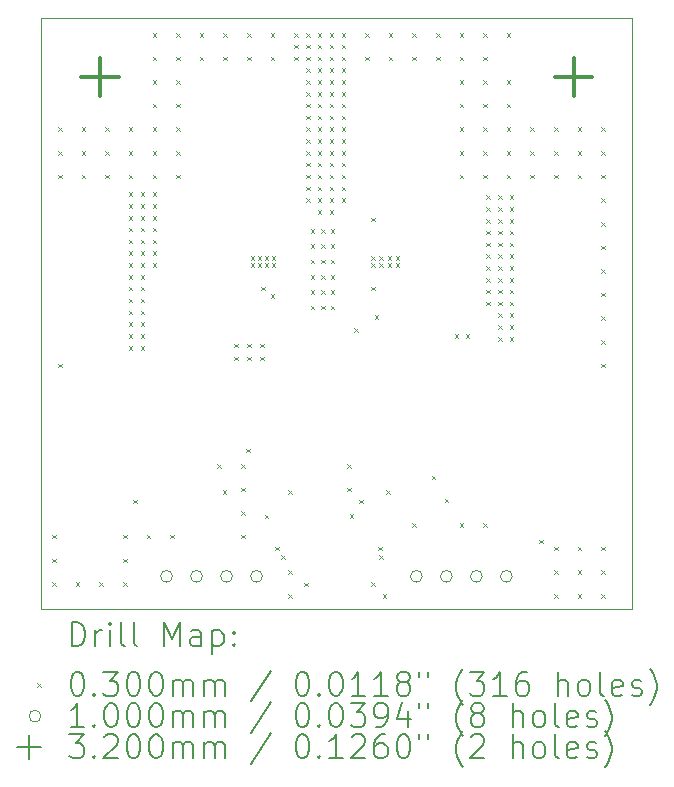
<source format=gbr>
%TF.GenerationSoftware,KiCad,Pcbnew,9.0.1*%
%TF.CreationDate,2025-04-23T11:21:31+02:00*%
%TF.ProjectId,LTC3119-breakout,4c544333-3131-4392-9d62-7265616b6f75,rev?*%
%TF.SameCoordinates,Original*%
%TF.FileFunction,Drillmap*%
%TF.FilePolarity,Positive*%
%FSLAX45Y45*%
G04 Gerber Fmt 4.5, Leading zero omitted, Abs format (unit mm)*
G04 Created by KiCad (PCBNEW 9.0.1) date 2025-04-23 11:21:31*
%MOMM*%
%LPD*%
G01*
G04 APERTURE LIST*
%ADD10C,0.050000*%
%ADD11C,0.200000*%
%ADD12C,0.100000*%
%ADD13C,0.320000*%
G04 APERTURE END LIST*
D10*
X11492000Y-7142000D02*
X16492000Y-7142000D01*
X16492000Y-12142000D01*
X11492000Y-12142000D01*
X11492000Y-7142000D01*
D11*
D12*
X11585000Y-11515000D02*
X11615000Y-11545000D01*
X11615000Y-11515000D02*
X11585000Y-11545000D01*
X11585000Y-11715000D02*
X11615000Y-11745000D01*
X11615000Y-11715000D02*
X11585000Y-11745000D01*
X11585000Y-11915000D02*
X11615000Y-11945000D01*
X11615000Y-11915000D02*
X11585000Y-11945000D01*
X11635000Y-8065000D02*
X11665000Y-8095000D01*
X11665000Y-8065000D02*
X11635000Y-8095000D01*
X11635000Y-8265000D02*
X11665000Y-8295000D01*
X11665000Y-8265000D02*
X11635000Y-8295000D01*
X11635000Y-8465000D02*
X11665000Y-8495000D01*
X11665000Y-8465000D02*
X11635000Y-8495000D01*
X11635000Y-10065000D02*
X11665000Y-10095000D01*
X11665000Y-10065000D02*
X11635000Y-10095000D01*
X11785000Y-11915000D02*
X11815000Y-11945000D01*
X11815000Y-11915000D02*
X11785000Y-11945000D01*
X11835000Y-8065000D02*
X11865000Y-8095000D01*
X11865000Y-8065000D02*
X11835000Y-8095000D01*
X11835000Y-8265000D02*
X11865000Y-8295000D01*
X11865000Y-8265000D02*
X11835000Y-8295000D01*
X11835000Y-8465000D02*
X11865000Y-8495000D01*
X11865000Y-8465000D02*
X11835000Y-8495000D01*
X11985000Y-11915000D02*
X12015000Y-11945000D01*
X12015000Y-11915000D02*
X11985000Y-11945000D01*
X12035000Y-8065000D02*
X12065000Y-8095000D01*
X12065000Y-8065000D02*
X12035000Y-8095000D01*
X12035000Y-8265000D02*
X12065000Y-8295000D01*
X12065000Y-8265000D02*
X12035000Y-8295000D01*
X12035000Y-8465000D02*
X12065000Y-8495000D01*
X12065000Y-8465000D02*
X12035000Y-8495000D01*
X12185000Y-11515000D02*
X12215000Y-11545000D01*
X12215000Y-11515000D02*
X12185000Y-11545000D01*
X12185000Y-11715000D02*
X12215000Y-11745000D01*
X12215000Y-11715000D02*
X12185000Y-11745000D01*
X12185000Y-11915000D02*
X12215000Y-11945000D01*
X12215000Y-11915000D02*
X12185000Y-11945000D01*
X12235000Y-8065000D02*
X12265000Y-8095000D01*
X12265000Y-8065000D02*
X12235000Y-8095000D01*
X12235000Y-8265000D02*
X12265000Y-8295000D01*
X12265000Y-8265000D02*
X12235000Y-8295000D01*
X12235000Y-8465000D02*
X12265000Y-8495000D01*
X12265000Y-8465000D02*
X12235000Y-8495000D01*
X12235000Y-8615000D02*
X12265000Y-8645000D01*
X12265000Y-8615000D02*
X12235000Y-8645000D01*
X12235000Y-8715000D02*
X12265000Y-8745000D01*
X12265000Y-8715000D02*
X12235000Y-8745000D01*
X12235000Y-8815000D02*
X12265000Y-8845000D01*
X12265000Y-8815000D02*
X12235000Y-8845000D01*
X12235000Y-8915000D02*
X12265000Y-8945000D01*
X12265000Y-8915000D02*
X12235000Y-8945000D01*
X12235000Y-9015000D02*
X12265000Y-9045000D01*
X12265000Y-9015000D02*
X12235000Y-9045000D01*
X12235000Y-9115000D02*
X12265000Y-9145000D01*
X12265000Y-9115000D02*
X12235000Y-9145000D01*
X12235000Y-9215000D02*
X12265000Y-9245000D01*
X12265000Y-9215000D02*
X12235000Y-9245000D01*
X12235000Y-9315000D02*
X12265000Y-9345000D01*
X12265000Y-9315000D02*
X12235000Y-9345000D01*
X12235000Y-9415000D02*
X12265000Y-9445000D01*
X12265000Y-9415000D02*
X12235000Y-9445000D01*
X12235000Y-9515000D02*
X12265000Y-9545000D01*
X12265000Y-9515000D02*
X12235000Y-9545000D01*
X12235000Y-9615000D02*
X12265000Y-9645000D01*
X12265000Y-9615000D02*
X12235000Y-9645000D01*
X12235000Y-9715000D02*
X12265000Y-9745000D01*
X12265000Y-9715000D02*
X12235000Y-9745000D01*
X12235000Y-9815000D02*
X12265000Y-9845000D01*
X12265000Y-9815000D02*
X12235000Y-9845000D01*
X12235000Y-9915000D02*
X12265000Y-9945000D01*
X12265000Y-9915000D02*
X12235000Y-9945000D01*
X12272500Y-11215000D02*
X12302500Y-11245000D01*
X12302500Y-11215000D02*
X12272500Y-11245000D01*
X12335000Y-8615000D02*
X12365000Y-8645000D01*
X12365000Y-8615000D02*
X12335000Y-8645000D01*
X12335000Y-8715000D02*
X12365000Y-8745000D01*
X12365000Y-8715000D02*
X12335000Y-8745000D01*
X12335000Y-8815000D02*
X12365000Y-8845000D01*
X12365000Y-8815000D02*
X12335000Y-8845000D01*
X12335000Y-8915000D02*
X12365000Y-8945000D01*
X12365000Y-8915000D02*
X12335000Y-8945000D01*
X12335000Y-9015000D02*
X12365000Y-9045000D01*
X12365000Y-9015000D02*
X12335000Y-9045000D01*
X12335000Y-9115000D02*
X12365000Y-9145000D01*
X12365000Y-9115000D02*
X12335000Y-9145000D01*
X12335000Y-9215000D02*
X12365000Y-9245000D01*
X12365000Y-9215000D02*
X12335000Y-9245000D01*
X12335000Y-9315000D02*
X12365000Y-9345000D01*
X12365000Y-9315000D02*
X12335000Y-9345000D01*
X12335000Y-9415000D02*
X12365000Y-9445000D01*
X12365000Y-9415000D02*
X12335000Y-9445000D01*
X12335000Y-9515000D02*
X12365000Y-9545000D01*
X12365000Y-9515000D02*
X12335000Y-9545000D01*
X12335000Y-9615000D02*
X12365000Y-9645000D01*
X12365000Y-9615000D02*
X12335000Y-9645000D01*
X12335000Y-9715000D02*
X12365000Y-9745000D01*
X12365000Y-9715000D02*
X12335000Y-9745000D01*
X12335000Y-9815000D02*
X12365000Y-9845000D01*
X12365000Y-9815000D02*
X12335000Y-9845000D01*
X12335000Y-9915000D02*
X12365000Y-9945000D01*
X12365000Y-9915000D02*
X12335000Y-9945000D01*
X12385000Y-11515000D02*
X12415000Y-11545000D01*
X12415000Y-11515000D02*
X12385000Y-11545000D01*
X12435000Y-7265000D02*
X12465000Y-7295000D01*
X12465000Y-7265000D02*
X12435000Y-7295000D01*
X12435000Y-7465000D02*
X12465000Y-7495000D01*
X12465000Y-7465000D02*
X12435000Y-7495000D01*
X12435000Y-7665000D02*
X12465000Y-7695000D01*
X12465000Y-7665000D02*
X12435000Y-7695000D01*
X12435000Y-7865000D02*
X12465000Y-7895000D01*
X12465000Y-7865000D02*
X12435000Y-7895000D01*
X12435000Y-8065000D02*
X12465000Y-8095000D01*
X12465000Y-8065000D02*
X12435000Y-8095000D01*
X12435000Y-8265000D02*
X12465000Y-8295000D01*
X12465000Y-8265000D02*
X12435000Y-8295000D01*
X12435000Y-8465000D02*
X12465000Y-8495000D01*
X12465000Y-8465000D02*
X12435000Y-8495000D01*
X12435000Y-8615000D02*
X12465000Y-8645000D01*
X12465000Y-8615000D02*
X12435000Y-8645000D01*
X12435000Y-8715000D02*
X12465000Y-8745000D01*
X12465000Y-8715000D02*
X12435000Y-8745000D01*
X12435000Y-8815000D02*
X12465000Y-8845000D01*
X12465000Y-8815000D02*
X12435000Y-8845000D01*
X12435000Y-8915000D02*
X12465000Y-8945000D01*
X12465000Y-8915000D02*
X12435000Y-8945000D01*
X12435000Y-9015000D02*
X12465000Y-9045000D01*
X12465000Y-9015000D02*
X12435000Y-9045000D01*
X12435000Y-9115000D02*
X12465000Y-9145000D01*
X12465000Y-9115000D02*
X12435000Y-9145000D01*
X12435000Y-9215000D02*
X12465000Y-9245000D01*
X12465000Y-9215000D02*
X12435000Y-9245000D01*
X12585000Y-11515000D02*
X12615000Y-11545000D01*
X12615000Y-11515000D02*
X12585000Y-11545000D01*
X12635000Y-7265000D02*
X12665000Y-7295000D01*
X12665000Y-7265000D02*
X12635000Y-7295000D01*
X12635000Y-7465000D02*
X12665000Y-7495000D01*
X12665000Y-7465000D02*
X12635000Y-7495000D01*
X12635000Y-7665000D02*
X12665000Y-7695000D01*
X12665000Y-7665000D02*
X12635000Y-7695000D01*
X12635000Y-7865000D02*
X12665000Y-7895000D01*
X12665000Y-7865000D02*
X12635000Y-7895000D01*
X12635000Y-8065000D02*
X12665000Y-8095000D01*
X12665000Y-8065000D02*
X12635000Y-8095000D01*
X12635000Y-8265000D02*
X12665000Y-8295000D01*
X12665000Y-8265000D02*
X12635000Y-8295000D01*
X12635000Y-8465000D02*
X12665000Y-8495000D01*
X12665000Y-8465000D02*
X12635000Y-8495000D01*
X12835000Y-7265000D02*
X12865000Y-7295000D01*
X12865000Y-7265000D02*
X12835000Y-7295000D01*
X12835000Y-7465000D02*
X12865000Y-7495000D01*
X12865000Y-7465000D02*
X12835000Y-7495000D01*
X12985000Y-10915000D02*
X13015000Y-10945000D01*
X13015000Y-10915000D02*
X12985000Y-10945000D01*
X13030000Y-11135000D02*
X13060000Y-11165000D01*
X13060000Y-11135000D02*
X13030000Y-11165000D01*
X13035000Y-7265000D02*
X13065000Y-7295000D01*
X13065000Y-7265000D02*
X13035000Y-7295000D01*
X13035000Y-7465000D02*
X13065000Y-7495000D01*
X13065000Y-7465000D02*
X13035000Y-7495000D01*
X13125000Y-9895000D02*
X13155000Y-9925000D01*
X13155000Y-9895000D02*
X13125000Y-9925000D01*
X13125000Y-10005000D02*
X13155000Y-10035000D01*
X13155000Y-10005000D02*
X13125000Y-10035000D01*
X13185000Y-10915000D02*
X13215000Y-10945000D01*
X13215000Y-10915000D02*
X13185000Y-10945000D01*
X13185000Y-11115000D02*
X13215000Y-11145000D01*
X13215000Y-11115000D02*
X13185000Y-11145000D01*
X13185000Y-11315000D02*
X13215000Y-11345000D01*
X13215000Y-11315000D02*
X13185000Y-11345000D01*
X13185000Y-11515000D02*
X13215000Y-11545000D01*
X13215000Y-11515000D02*
X13185000Y-11545000D01*
X13227500Y-10785000D02*
X13257500Y-10815000D01*
X13257500Y-10785000D02*
X13227500Y-10815000D01*
X13235000Y-7265000D02*
X13265000Y-7295000D01*
X13265000Y-7265000D02*
X13235000Y-7295000D01*
X13235000Y-7465000D02*
X13265000Y-7495000D01*
X13265000Y-7465000D02*
X13235000Y-7495000D01*
X13235000Y-9895000D02*
X13265000Y-9925000D01*
X13265000Y-9895000D02*
X13235000Y-9925000D01*
X13235000Y-10005000D02*
X13265000Y-10035000D01*
X13265000Y-10005000D02*
X13235000Y-10035000D01*
X13265000Y-9155000D02*
X13295000Y-9185000D01*
X13295000Y-9155000D02*
X13265000Y-9185000D01*
X13265000Y-9215000D02*
X13295000Y-9245000D01*
X13295000Y-9215000D02*
X13265000Y-9245000D01*
X13325000Y-9155000D02*
X13355000Y-9185000D01*
X13355000Y-9155000D02*
X13325000Y-9185000D01*
X13325000Y-9215000D02*
X13355000Y-9245000D01*
X13355000Y-9215000D02*
X13325000Y-9245000D01*
X13345000Y-9895000D02*
X13375000Y-9925000D01*
X13375000Y-9895000D02*
X13345000Y-9925000D01*
X13345000Y-10005000D02*
X13375000Y-10035000D01*
X13375000Y-10005000D02*
X13345000Y-10035000D01*
X13355000Y-9415000D02*
X13385000Y-9445000D01*
X13385000Y-9415000D02*
X13355000Y-9445000D01*
X13385000Y-9155000D02*
X13415000Y-9185000D01*
X13415000Y-9155000D02*
X13385000Y-9185000D01*
X13385000Y-9215000D02*
X13415000Y-9245000D01*
X13415000Y-9215000D02*
X13385000Y-9245000D01*
X13385000Y-11345000D02*
X13415000Y-11375000D01*
X13415000Y-11345000D02*
X13385000Y-11375000D01*
X13435000Y-7265000D02*
X13465000Y-7295000D01*
X13465000Y-7265000D02*
X13435000Y-7295000D01*
X13435000Y-7465000D02*
X13465000Y-7495000D01*
X13465000Y-7465000D02*
X13435000Y-7495000D01*
X13435000Y-9475000D02*
X13465000Y-9505000D01*
X13465000Y-9475000D02*
X13435000Y-9505000D01*
X13445000Y-9155000D02*
X13475000Y-9185000D01*
X13475000Y-9155000D02*
X13445000Y-9185000D01*
X13445000Y-9215000D02*
X13475000Y-9245000D01*
X13475000Y-9215000D02*
X13445000Y-9245000D01*
X13475000Y-11615000D02*
X13505000Y-11645000D01*
X13505000Y-11615000D02*
X13475000Y-11645000D01*
X13525000Y-11685000D02*
X13555000Y-11715000D01*
X13555000Y-11685000D02*
X13525000Y-11715000D01*
X13585000Y-11135000D02*
X13615000Y-11165000D01*
X13615000Y-11135000D02*
X13585000Y-11165000D01*
X13585000Y-11815000D02*
X13615000Y-11845000D01*
X13615000Y-11815000D02*
X13585000Y-11845000D01*
X13585000Y-12015000D02*
X13615000Y-12045000D01*
X13615000Y-12015000D02*
X13585000Y-12045000D01*
X13635000Y-7265000D02*
X13665000Y-7295000D01*
X13665000Y-7265000D02*
X13635000Y-7295000D01*
X13635000Y-7365000D02*
X13665000Y-7395000D01*
X13665000Y-7365000D02*
X13635000Y-7395000D01*
X13635000Y-7465000D02*
X13665000Y-7495000D01*
X13665000Y-7465000D02*
X13635000Y-7495000D01*
X13717500Y-11920000D02*
X13747500Y-11950000D01*
X13747500Y-11920000D02*
X13717500Y-11950000D01*
X13735000Y-7265000D02*
X13765000Y-7295000D01*
X13765000Y-7265000D02*
X13735000Y-7295000D01*
X13735000Y-7365000D02*
X13765000Y-7395000D01*
X13765000Y-7365000D02*
X13735000Y-7395000D01*
X13735000Y-7465000D02*
X13765000Y-7495000D01*
X13765000Y-7465000D02*
X13735000Y-7495000D01*
X13735000Y-7565000D02*
X13765000Y-7595000D01*
X13765000Y-7565000D02*
X13735000Y-7595000D01*
X13735000Y-7665000D02*
X13765000Y-7695000D01*
X13765000Y-7665000D02*
X13735000Y-7695000D01*
X13735000Y-7765000D02*
X13765000Y-7795000D01*
X13765000Y-7765000D02*
X13735000Y-7795000D01*
X13735000Y-7865000D02*
X13765000Y-7895000D01*
X13765000Y-7865000D02*
X13735000Y-7895000D01*
X13735000Y-7965000D02*
X13765000Y-7995000D01*
X13765000Y-7965000D02*
X13735000Y-7995000D01*
X13735000Y-8065000D02*
X13765000Y-8095000D01*
X13765000Y-8065000D02*
X13735000Y-8095000D01*
X13735000Y-8165000D02*
X13765000Y-8195000D01*
X13765000Y-8165000D02*
X13735000Y-8195000D01*
X13735000Y-8265000D02*
X13765000Y-8295000D01*
X13765000Y-8265000D02*
X13735000Y-8295000D01*
X13735000Y-8365000D02*
X13765000Y-8395000D01*
X13765000Y-8365000D02*
X13735000Y-8395000D01*
X13735000Y-8465000D02*
X13765000Y-8495000D01*
X13765000Y-8465000D02*
X13735000Y-8495000D01*
X13735000Y-8565000D02*
X13765000Y-8595000D01*
X13765000Y-8565000D02*
X13735000Y-8595000D01*
X13735000Y-8665000D02*
X13765000Y-8695000D01*
X13765000Y-8665000D02*
X13735000Y-8695000D01*
X13775000Y-8925000D02*
X13805000Y-8955000D01*
X13805000Y-8925000D02*
X13775000Y-8955000D01*
X13775000Y-9055000D02*
X13805000Y-9085000D01*
X13805000Y-9055000D02*
X13775000Y-9085000D01*
X13775000Y-9185000D02*
X13805000Y-9215000D01*
X13805000Y-9185000D02*
X13775000Y-9215000D01*
X13775000Y-9315000D02*
X13805000Y-9345000D01*
X13805000Y-9315000D02*
X13775000Y-9345000D01*
X13775000Y-9445000D02*
X13805000Y-9475000D01*
X13805000Y-9445000D02*
X13775000Y-9475000D01*
X13775000Y-9575000D02*
X13805000Y-9605000D01*
X13805000Y-9575000D02*
X13775000Y-9605000D01*
X13835000Y-7265000D02*
X13865000Y-7295000D01*
X13865000Y-7265000D02*
X13835000Y-7295000D01*
X13835000Y-7365000D02*
X13865000Y-7395000D01*
X13865000Y-7365000D02*
X13835000Y-7395000D01*
X13835000Y-7465000D02*
X13865000Y-7495000D01*
X13865000Y-7465000D02*
X13835000Y-7495000D01*
X13835000Y-7565000D02*
X13865000Y-7595000D01*
X13865000Y-7565000D02*
X13835000Y-7595000D01*
X13835000Y-7665000D02*
X13865000Y-7695000D01*
X13865000Y-7665000D02*
X13835000Y-7695000D01*
X13835000Y-7765000D02*
X13865000Y-7795000D01*
X13865000Y-7765000D02*
X13835000Y-7795000D01*
X13835000Y-7865000D02*
X13865000Y-7895000D01*
X13865000Y-7865000D02*
X13835000Y-7895000D01*
X13835000Y-7965000D02*
X13865000Y-7995000D01*
X13865000Y-7965000D02*
X13835000Y-7995000D01*
X13835000Y-8065000D02*
X13865000Y-8095000D01*
X13865000Y-8065000D02*
X13835000Y-8095000D01*
X13835000Y-8165000D02*
X13865000Y-8195000D01*
X13865000Y-8165000D02*
X13835000Y-8195000D01*
X13835000Y-8265000D02*
X13865000Y-8295000D01*
X13865000Y-8265000D02*
X13835000Y-8295000D01*
X13835000Y-8365000D02*
X13865000Y-8395000D01*
X13865000Y-8365000D02*
X13835000Y-8395000D01*
X13835000Y-8465000D02*
X13865000Y-8495000D01*
X13865000Y-8465000D02*
X13835000Y-8495000D01*
X13835000Y-8565000D02*
X13865000Y-8595000D01*
X13865000Y-8565000D02*
X13835000Y-8595000D01*
X13835000Y-8665000D02*
X13865000Y-8695000D01*
X13865000Y-8665000D02*
X13835000Y-8695000D01*
X13835000Y-8765000D02*
X13865000Y-8795000D01*
X13865000Y-8765000D02*
X13835000Y-8795000D01*
X13865000Y-8925000D02*
X13895000Y-8955000D01*
X13895000Y-8925000D02*
X13865000Y-8955000D01*
X13865000Y-9055000D02*
X13895000Y-9085000D01*
X13895000Y-9055000D02*
X13865000Y-9085000D01*
X13865000Y-9185000D02*
X13895000Y-9215000D01*
X13895000Y-9185000D02*
X13865000Y-9215000D01*
X13865000Y-9315000D02*
X13895000Y-9345000D01*
X13895000Y-9315000D02*
X13865000Y-9345000D01*
X13865000Y-9445000D02*
X13895000Y-9475000D01*
X13895000Y-9445000D02*
X13865000Y-9475000D01*
X13865000Y-9575000D02*
X13895000Y-9605000D01*
X13895000Y-9575000D02*
X13865000Y-9605000D01*
X13935000Y-7265000D02*
X13965000Y-7295000D01*
X13965000Y-7265000D02*
X13935000Y-7295000D01*
X13935000Y-7365000D02*
X13965000Y-7395000D01*
X13965000Y-7365000D02*
X13935000Y-7395000D01*
X13935000Y-7465000D02*
X13965000Y-7495000D01*
X13965000Y-7465000D02*
X13935000Y-7495000D01*
X13935000Y-7565000D02*
X13965000Y-7595000D01*
X13965000Y-7565000D02*
X13935000Y-7595000D01*
X13935000Y-7665000D02*
X13965000Y-7695000D01*
X13965000Y-7665000D02*
X13935000Y-7695000D01*
X13935000Y-7765000D02*
X13965000Y-7795000D01*
X13965000Y-7765000D02*
X13935000Y-7795000D01*
X13935000Y-7865000D02*
X13965000Y-7895000D01*
X13965000Y-7865000D02*
X13935000Y-7895000D01*
X13935000Y-7965000D02*
X13965000Y-7995000D01*
X13965000Y-7965000D02*
X13935000Y-7995000D01*
X13935000Y-8065000D02*
X13965000Y-8095000D01*
X13965000Y-8065000D02*
X13935000Y-8095000D01*
X13935000Y-8165000D02*
X13965000Y-8195000D01*
X13965000Y-8165000D02*
X13935000Y-8195000D01*
X13935000Y-8265000D02*
X13965000Y-8295000D01*
X13965000Y-8265000D02*
X13935000Y-8295000D01*
X13935000Y-8365000D02*
X13965000Y-8395000D01*
X13965000Y-8365000D02*
X13935000Y-8395000D01*
X13935000Y-8465000D02*
X13965000Y-8495000D01*
X13965000Y-8465000D02*
X13935000Y-8495000D01*
X13935000Y-8565000D02*
X13965000Y-8595000D01*
X13965000Y-8565000D02*
X13935000Y-8595000D01*
X13935000Y-8665000D02*
X13965000Y-8695000D01*
X13965000Y-8665000D02*
X13935000Y-8695000D01*
X13935000Y-8765000D02*
X13965000Y-8795000D01*
X13965000Y-8765000D02*
X13935000Y-8795000D01*
X13945000Y-8925000D02*
X13975000Y-8955000D01*
X13975000Y-8925000D02*
X13945000Y-8955000D01*
X13945000Y-9055000D02*
X13975000Y-9085000D01*
X13975000Y-9055000D02*
X13945000Y-9085000D01*
X13945000Y-9185000D02*
X13975000Y-9215000D01*
X13975000Y-9185000D02*
X13945000Y-9215000D01*
X13945000Y-9315000D02*
X13975000Y-9345000D01*
X13975000Y-9315000D02*
X13945000Y-9345000D01*
X13945000Y-9445000D02*
X13975000Y-9475000D01*
X13975000Y-9445000D02*
X13945000Y-9475000D01*
X13945000Y-9575000D02*
X13975000Y-9605000D01*
X13975000Y-9575000D02*
X13945000Y-9605000D01*
X14035000Y-7265000D02*
X14065000Y-7295000D01*
X14065000Y-7265000D02*
X14035000Y-7295000D01*
X14035000Y-7365000D02*
X14065000Y-7395000D01*
X14065000Y-7365000D02*
X14035000Y-7395000D01*
X14035000Y-7465000D02*
X14065000Y-7495000D01*
X14065000Y-7465000D02*
X14035000Y-7495000D01*
X14035000Y-7565000D02*
X14065000Y-7595000D01*
X14065000Y-7565000D02*
X14035000Y-7595000D01*
X14035000Y-7665000D02*
X14065000Y-7695000D01*
X14065000Y-7665000D02*
X14035000Y-7695000D01*
X14035000Y-7765000D02*
X14065000Y-7795000D01*
X14065000Y-7765000D02*
X14035000Y-7795000D01*
X14035000Y-7865000D02*
X14065000Y-7895000D01*
X14065000Y-7865000D02*
X14035000Y-7895000D01*
X14035000Y-7965000D02*
X14065000Y-7995000D01*
X14065000Y-7965000D02*
X14035000Y-7995000D01*
X14035000Y-8065000D02*
X14065000Y-8095000D01*
X14065000Y-8065000D02*
X14035000Y-8095000D01*
X14035000Y-8165000D02*
X14065000Y-8195000D01*
X14065000Y-8165000D02*
X14035000Y-8195000D01*
X14035000Y-8265000D02*
X14065000Y-8295000D01*
X14065000Y-8265000D02*
X14035000Y-8295000D01*
X14035000Y-8365000D02*
X14065000Y-8395000D01*
X14065000Y-8365000D02*
X14035000Y-8395000D01*
X14035000Y-8465000D02*
X14065000Y-8495000D01*
X14065000Y-8465000D02*
X14035000Y-8495000D01*
X14035000Y-8565000D02*
X14065000Y-8595000D01*
X14065000Y-8565000D02*
X14035000Y-8595000D01*
X14035000Y-8665000D02*
X14065000Y-8695000D01*
X14065000Y-8665000D02*
X14035000Y-8695000D01*
X14085000Y-10915000D02*
X14115000Y-10945000D01*
X14115000Y-10915000D02*
X14085000Y-10945000D01*
X14085000Y-11115000D02*
X14115000Y-11145000D01*
X14115000Y-11115000D02*
X14085000Y-11145000D01*
X14105000Y-11340000D02*
X14135000Y-11370000D01*
X14135000Y-11340000D02*
X14105000Y-11370000D01*
X14145000Y-9765000D02*
X14175000Y-9795000D01*
X14175000Y-9765000D02*
X14145000Y-9795000D01*
X14185000Y-11215000D02*
X14215000Y-11245000D01*
X14215000Y-11215000D02*
X14185000Y-11245000D01*
X14235000Y-7265000D02*
X14265000Y-7295000D01*
X14265000Y-7265000D02*
X14235000Y-7295000D01*
X14235000Y-7465000D02*
X14265000Y-7495000D01*
X14265000Y-7465000D02*
X14235000Y-7495000D01*
X14285000Y-8830000D02*
X14315000Y-8860000D01*
X14315000Y-8830000D02*
X14285000Y-8860000D01*
X14285000Y-9155000D02*
X14315000Y-9185000D01*
X14315000Y-9155000D02*
X14285000Y-9185000D01*
X14285000Y-9215000D02*
X14315000Y-9245000D01*
X14315000Y-9215000D02*
X14285000Y-9245000D01*
X14285000Y-9415000D02*
X14315000Y-9445000D01*
X14315000Y-9415000D02*
X14285000Y-9445000D01*
X14285000Y-11915000D02*
X14315000Y-11945000D01*
X14315000Y-11915000D02*
X14285000Y-11945000D01*
X14315000Y-9655000D02*
X14345000Y-9685000D01*
X14345000Y-9655000D02*
X14315000Y-9685000D01*
X14345000Y-11615000D02*
X14375000Y-11645000D01*
X14375000Y-11615000D02*
X14345000Y-11645000D01*
X14355000Y-9155000D02*
X14385000Y-9185000D01*
X14385000Y-9155000D02*
X14355000Y-9185000D01*
X14355000Y-9215000D02*
X14385000Y-9245000D01*
X14385000Y-9215000D02*
X14355000Y-9245000D01*
X14355000Y-11685000D02*
X14385000Y-11715000D01*
X14385000Y-11685000D02*
X14355000Y-11715000D01*
X14385000Y-12015000D02*
X14415000Y-12045000D01*
X14415000Y-12015000D02*
X14385000Y-12045000D01*
X14415000Y-11135000D02*
X14445000Y-11165000D01*
X14445000Y-11135000D02*
X14415000Y-11165000D01*
X14425000Y-9155000D02*
X14455000Y-9185000D01*
X14455000Y-9155000D02*
X14425000Y-9185000D01*
X14425000Y-9215000D02*
X14455000Y-9245000D01*
X14455000Y-9215000D02*
X14425000Y-9245000D01*
X14435000Y-7265000D02*
X14465000Y-7295000D01*
X14465000Y-7265000D02*
X14435000Y-7295000D01*
X14435000Y-7465000D02*
X14465000Y-7495000D01*
X14465000Y-7465000D02*
X14435000Y-7495000D01*
X14495000Y-9155000D02*
X14525000Y-9185000D01*
X14525000Y-9155000D02*
X14495000Y-9185000D01*
X14495000Y-9215000D02*
X14525000Y-9245000D01*
X14525000Y-9215000D02*
X14495000Y-9245000D01*
X14635000Y-7265000D02*
X14665000Y-7295000D01*
X14665000Y-7265000D02*
X14635000Y-7295000D01*
X14635000Y-7465000D02*
X14665000Y-7495000D01*
X14665000Y-7465000D02*
X14635000Y-7495000D01*
X14635000Y-11415000D02*
X14665000Y-11445000D01*
X14665000Y-11415000D02*
X14635000Y-11445000D01*
X14800000Y-11015000D02*
X14830000Y-11045000D01*
X14830000Y-11015000D02*
X14800000Y-11045000D01*
X14835000Y-7265000D02*
X14865000Y-7295000D01*
X14865000Y-7265000D02*
X14835000Y-7295000D01*
X14835000Y-7465000D02*
X14865000Y-7495000D01*
X14865000Y-7465000D02*
X14835000Y-7495000D01*
X14907500Y-11210000D02*
X14937500Y-11240000D01*
X14937500Y-11210000D02*
X14907500Y-11240000D01*
X14995000Y-9815000D02*
X15025000Y-9845000D01*
X15025000Y-9815000D02*
X14995000Y-9845000D01*
X15035000Y-7265000D02*
X15065000Y-7295000D01*
X15065000Y-7265000D02*
X15035000Y-7295000D01*
X15035000Y-7465000D02*
X15065000Y-7495000D01*
X15065000Y-7465000D02*
X15035000Y-7495000D01*
X15035000Y-7665000D02*
X15065000Y-7695000D01*
X15065000Y-7665000D02*
X15035000Y-7695000D01*
X15035000Y-7865000D02*
X15065000Y-7895000D01*
X15065000Y-7865000D02*
X15035000Y-7895000D01*
X15035000Y-8065000D02*
X15065000Y-8095000D01*
X15065000Y-8065000D02*
X15035000Y-8095000D01*
X15035000Y-8265000D02*
X15065000Y-8295000D01*
X15065000Y-8265000D02*
X15035000Y-8295000D01*
X15035000Y-8465000D02*
X15065000Y-8495000D01*
X15065000Y-8465000D02*
X15035000Y-8495000D01*
X15035000Y-11415000D02*
X15065000Y-11445000D01*
X15065000Y-11415000D02*
X15035000Y-11445000D01*
X15085000Y-9815000D02*
X15115000Y-9845000D01*
X15115000Y-9815000D02*
X15085000Y-9845000D01*
X15235000Y-7265000D02*
X15265000Y-7295000D01*
X15265000Y-7265000D02*
X15235000Y-7295000D01*
X15235000Y-7465000D02*
X15265000Y-7495000D01*
X15265000Y-7465000D02*
X15235000Y-7495000D01*
X15235000Y-7665000D02*
X15265000Y-7695000D01*
X15265000Y-7665000D02*
X15235000Y-7695000D01*
X15235000Y-7865000D02*
X15265000Y-7895000D01*
X15265000Y-7865000D02*
X15235000Y-7895000D01*
X15235000Y-8065000D02*
X15265000Y-8095000D01*
X15265000Y-8065000D02*
X15235000Y-8095000D01*
X15235000Y-8265000D02*
X15265000Y-8295000D01*
X15265000Y-8265000D02*
X15235000Y-8295000D01*
X15235000Y-8465000D02*
X15265000Y-8495000D01*
X15265000Y-8465000D02*
X15235000Y-8495000D01*
X15235000Y-11415000D02*
X15265000Y-11445000D01*
X15265000Y-11415000D02*
X15235000Y-11445000D01*
X15260000Y-8640000D02*
X15290000Y-8670000D01*
X15290000Y-8640000D02*
X15260000Y-8670000D01*
X15260000Y-8740000D02*
X15290000Y-8770000D01*
X15290000Y-8740000D02*
X15260000Y-8770000D01*
X15260000Y-8840000D02*
X15290000Y-8870000D01*
X15290000Y-8840000D02*
X15260000Y-8870000D01*
X15260000Y-8940000D02*
X15290000Y-8970000D01*
X15290000Y-8940000D02*
X15260000Y-8970000D01*
X15260000Y-9040000D02*
X15290000Y-9070000D01*
X15290000Y-9040000D02*
X15260000Y-9070000D01*
X15260000Y-9140000D02*
X15290000Y-9170000D01*
X15290000Y-9140000D02*
X15260000Y-9170000D01*
X15260000Y-9240000D02*
X15290000Y-9270000D01*
X15290000Y-9240000D02*
X15260000Y-9270000D01*
X15260000Y-9340000D02*
X15290000Y-9370000D01*
X15290000Y-9340000D02*
X15260000Y-9370000D01*
X15260000Y-9440000D02*
X15290000Y-9470000D01*
X15290000Y-9440000D02*
X15260000Y-9470000D01*
X15260000Y-9540000D02*
X15290000Y-9570000D01*
X15290000Y-9540000D02*
X15260000Y-9570000D01*
X15360000Y-8640000D02*
X15390000Y-8670000D01*
X15390000Y-8640000D02*
X15360000Y-8670000D01*
X15360000Y-8740000D02*
X15390000Y-8770000D01*
X15390000Y-8740000D02*
X15360000Y-8770000D01*
X15360000Y-8840000D02*
X15390000Y-8870000D01*
X15390000Y-8840000D02*
X15360000Y-8870000D01*
X15360000Y-8940000D02*
X15390000Y-8970000D01*
X15390000Y-8940000D02*
X15360000Y-8970000D01*
X15360000Y-9040000D02*
X15390000Y-9070000D01*
X15390000Y-9040000D02*
X15360000Y-9070000D01*
X15360000Y-9140000D02*
X15390000Y-9170000D01*
X15390000Y-9140000D02*
X15360000Y-9170000D01*
X15360000Y-9240000D02*
X15390000Y-9270000D01*
X15390000Y-9240000D02*
X15360000Y-9270000D01*
X15360000Y-9340000D02*
X15390000Y-9370000D01*
X15390000Y-9340000D02*
X15360000Y-9370000D01*
X15360000Y-9440000D02*
X15390000Y-9470000D01*
X15390000Y-9440000D02*
X15360000Y-9470000D01*
X15360000Y-9540000D02*
X15390000Y-9570000D01*
X15390000Y-9540000D02*
X15360000Y-9570000D01*
X15360000Y-9640000D02*
X15390000Y-9670000D01*
X15390000Y-9640000D02*
X15360000Y-9670000D01*
X15360000Y-9740000D02*
X15390000Y-9770000D01*
X15390000Y-9740000D02*
X15360000Y-9770000D01*
X15360000Y-9840000D02*
X15390000Y-9870000D01*
X15390000Y-9840000D02*
X15360000Y-9870000D01*
X15435000Y-7265000D02*
X15465000Y-7295000D01*
X15465000Y-7265000D02*
X15435000Y-7295000D01*
X15435000Y-7665000D02*
X15465000Y-7695000D01*
X15465000Y-7665000D02*
X15435000Y-7695000D01*
X15435000Y-7865000D02*
X15465000Y-7895000D01*
X15465000Y-7865000D02*
X15435000Y-7895000D01*
X15435000Y-8065000D02*
X15465000Y-8095000D01*
X15465000Y-8065000D02*
X15435000Y-8095000D01*
X15435000Y-8265000D02*
X15465000Y-8295000D01*
X15465000Y-8265000D02*
X15435000Y-8295000D01*
X15435000Y-8465000D02*
X15465000Y-8495000D01*
X15465000Y-8465000D02*
X15435000Y-8495000D01*
X15460000Y-8640000D02*
X15490000Y-8670000D01*
X15490000Y-8640000D02*
X15460000Y-8670000D01*
X15460000Y-8740000D02*
X15490000Y-8770000D01*
X15490000Y-8740000D02*
X15460000Y-8770000D01*
X15460000Y-8840000D02*
X15490000Y-8870000D01*
X15490000Y-8840000D02*
X15460000Y-8870000D01*
X15460000Y-8940000D02*
X15490000Y-8970000D01*
X15490000Y-8940000D02*
X15460000Y-8970000D01*
X15460000Y-9040000D02*
X15490000Y-9070000D01*
X15490000Y-9040000D02*
X15460000Y-9070000D01*
X15460000Y-9140000D02*
X15490000Y-9170000D01*
X15490000Y-9140000D02*
X15460000Y-9170000D01*
X15460000Y-9240000D02*
X15490000Y-9270000D01*
X15490000Y-9240000D02*
X15460000Y-9270000D01*
X15460000Y-9340000D02*
X15490000Y-9370000D01*
X15490000Y-9340000D02*
X15460000Y-9370000D01*
X15460000Y-9440000D02*
X15490000Y-9470000D01*
X15490000Y-9440000D02*
X15460000Y-9470000D01*
X15460000Y-9540000D02*
X15490000Y-9570000D01*
X15490000Y-9540000D02*
X15460000Y-9570000D01*
X15460000Y-9640000D02*
X15490000Y-9670000D01*
X15490000Y-9640000D02*
X15460000Y-9670000D01*
X15460000Y-9740000D02*
X15490000Y-9770000D01*
X15490000Y-9740000D02*
X15460000Y-9770000D01*
X15460000Y-9840000D02*
X15490000Y-9870000D01*
X15490000Y-9840000D02*
X15460000Y-9870000D01*
X15635000Y-8065000D02*
X15665000Y-8095000D01*
X15665000Y-8065000D02*
X15635000Y-8095000D01*
X15635000Y-8265000D02*
X15665000Y-8295000D01*
X15665000Y-8265000D02*
X15635000Y-8295000D01*
X15635000Y-8465000D02*
X15665000Y-8495000D01*
X15665000Y-8465000D02*
X15635000Y-8495000D01*
X15707500Y-11555000D02*
X15737500Y-11585000D01*
X15737500Y-11555000D02*
X15707500Y-11585000D01*
X15835000Y-8065000D02*
X15865000Y-8095000D01*
X15865000Y-8065000D02*
X15835000Y-8095000D01*
X15835000Y-8265000D02*
X15865000Y-8295000D01*
X15865000Y-8265000D02*
X15835000Y-8295000D01*
X15835000Y-8465000D02*
X15865000Y-8495000D01*
X15865000Y-8465000D02*
X15835000Y-8495000D01*
X15835000Y-11615000D02*
X15865000Y-11645000D01*
X15865000Y-11615000D02*
X15835000Y-11645000D01*
X15835000Y-11815000D02*
X15865000Y-11845000D01*
X15865000Y-11815000D02*
X15835000Y-11845000D01*
X15835000Y-12015000D02*
X15865000Y-12045000D01*
X15865000Y-12015000D02*
X15835000Y-12045000D01*
X16035000Y-8065000D02*
X16065000Y-8095000D01*
X16065000Y-8065000D02*
X16035000Y-8095000D01*
X16035000Y-8265000D02*
X16065000Y-8295000D01*
X16065000Y-8265000D02*
X16035000Y-8295000D01*
X16035000Y-8465000D02*
X16065000Y-8495000D01*
X16065000Y-8465000D02*
X16035000Y-8495000D01*
X16035000Y-11615000D02*
X16065000Y-11645000D01*
X16065000Y-11615000D02*
X16035000Y-11645000D01*
X16035000Y-11815000D02*
X16065000Y-11845000D01*
X16065000Y-11815000D02*
X16035000Y-11845000D01*
X16035000Y-12015000D02*
X16065000Y-12045000D01*
X16065000Y-12015000D02*
X16035000Y-12045000D01*
X16235000Y-8065000D02*
X16265000Y-8095000D01*
X16265000Y-8065000D02*
X16235000Y-8095000D01*
X16235000Y-8265000D02*
X16265000Y-8295000D01*
X16265000Y-8265000D02*
X16235000Y-8295000D01*
X16235000Y-8465000D02*
X16265000Y-8495000D01*
X16265000Y-8465000D02*
X16235000Y-8495000D01*
X16235000Y-8665000D02*
X16265000Y-8695000D01*
X16265000Y-8665000D02*
X16235000Y-8695000D01*
X16235000Y-8865000D02*
X16265000Y-8895000D01*
X16265000Y-8865000D02*
X16235000Y-8895000D01*
X16235000Y-9065000D02*
X16265000Y-9095000D01*
X16265000Y-9065000D02*
X16235000Y-9095000D01*
X16235000Y-9265000D02*
X16265000Y-9295000D01*
X16265000Y-9265000D02*
X16235000Y-9295000D01*
X16235000Y-9465000D02*
X16265000Y-9495000D01*
X16265000Y-9465000D02*
X16235000Y-9495000D01*
X16235000Y-9665000D02*
X16265000Y-9695000D01*
X16265000Y-9665000D02*
X16235000Y-9695000D01*
X16235000Y-9865000D02*
X16265000Y-9895000D01*
X16265000Y-9865000D02*
X16235000Y-9895000D01*
X16235000Y-10065000D02*
X16265000Y-10095000D01*
X16265000Y-10065000D02*
X16235000Y-10095000D01*
X16235000Y-11615000D02*
X16265000Y-11645000D01*
X16265000Y-11615000D02*
X16235000Y-11645000D01*
X16235000Y-11815000D02*
X16265000Y-11845000D01*
X16265000Y-11815000D02*
X16235000Y-11845000D01*
X16235000Y-12015000D02*
X16265000Y-12045000D01*
X16265000Y-12015000D02*
X16235000Y-12045000D01*
X12603000Y-11865000D02*
G75*
G02*
X12503000Y-11865000I-50000J0D01*
G01*
X12503000Y-11865000D02*
G75*
G02*
X12603000Y-11865000I50000J0D01*
G01*
X12857000Y-11865000D02*
G75*
G02*
X12757000Y-11865000I-50000J0D01*
G01*
X12757000Y-11865000D02*
G75*
G02*
X12857000Y-11865000I50000J0D01*
G01*
X13111000Y-11865000D02*
G75*
G02*
X13011000Y-11865000I-50000J0D01*
G01*
X13011000Y-11865000D02*
G75*
G02*
X13111000Y-11865000I50000J0D01*
G01*
X13365000Y-11865000D02*
G75*
G02*
X13265000Y-11865000I-50000J0D01*
G01*
X13265000Y-11865000D02*
G75*
G02*
X13365000Y-11865000I50000J0D01*
G01*
X14719000Y-11865000D02*
G75*
G02*
X14619000Y-11865000I-50000J0D01*
G01*
X14619000Y-11865000D02*
G75*
G02*
X14719000Y-11865000I50000J0D01*
G01*
X14973000Y-11865000D02*
G75*
G02*
X14873000Y-11865000I-50000J0D01*
G01*
X14873000Y-11865000D02*
G75*
G02*
X14973000Y-11865000I50000J0D01*
G01*
X15227000Y-11865000D02*
G75*
G02*
X15127000Y-11865000I-50000J0D01*
G01*
X15127000Y-11865000D02*
G75*
G02*
X15227000Y-11865000I50000J0D01*
G01*
X15481000Y-11865000D02*
G75*
G02*
X15381000Y-11865000I-50000J0D01*
G01*
X15381000Y-11865000D02*
G75*
G02*
X15481000Y-11865000I50000J0D01*
G01*
D13*
X11990000Y-7480000D02*
X11990000Y-7800000D01*
X11830000Y-7640000D02*
X12150000Y-7640000D01*
X16000000Y-7480000D02*
X16000000Y-7800000D01*
X15840000Y-7640000D02*
X16160000Y-7640000D01*
D11*
X11750277Y-12455984D02*
X11750277Y-12255984D01*
X11750277Y-12255984D02*
X11797896Y-12255984D01*
X11797896Y-12255984D02*
X11826467Y-12265508D01*
X11826467Y-12265508D02*
X11845515Y-12284555D01*
X11845515Y-12284555D02*
X11855039Y-12303603D01*
X11855039Y-12303603D02*
X11864562Y-12341698D01*
X11864562Y-12341698D02*
X11864562Y-12370269D01*
X11864562Y-12370269D02*
X11855039Y-12408365D01*
X11855039Y-12408365D02*
X11845515Y-12427412D01*
X11845515Y-12427412D02*
X11826467Y-12446460D01*
X11826467Y-12446460D02*
X11797896Y-12455984D01*
X11797896Y-12455984D02*
X11750277Y-12455984D01*
X11950277Y-12455984D02*
X11950277Y-12322650D01*
X11950277Y-12360746D02*
X11959801Y-12341698D01*
X11959801Y-12341698D02*
X11969324Y-12332174D01*
X11969324Y-12332174D02*
X11988372Y-12322650D01*
X11988372Y-12322650D02*
X12007420Y-12322650D01*
X12074086Y-12455984D02*
X12074086Y-12322650D01*
X12074086Y-12255984D02*
X12064562Y-12265508D01*
X12064562Y-12265508D02*
X12074086Y-12275031D01*
X12074086Y-12275031D02*
X12083610Y-12265508D01*
X12083610Y-12265508D02*
X12074086Y-12255984D01*
X12074086Y-12255984D02*
X12074086Y-12275031D01*
X12197896Y-12455984D02*
X12178848Y-12446460D01*
X12178848Y-12446460D02*
X12169324Y-12427412D01*
X12169324Y-12427412D02*
X12169324Y-12255984D01*
X12302658Y-12455984D02*
X12283610Y-12446460D01*
X12283610Y-12446460D02*
X12274086Y-12427412D01*
X12274086Y-12427412D02*
X12274086Y-12255984D01*
X12531229Y-12455984D02*
X12531229Y-12255984D01*
X12531229Y-12255984D02*
X12597896Y-12398841D01*
X12597896Y-12398841D02*
X12664562Y-12255984D01*
X12664562Y-12255984D02*
X12664562Y-12455984D01*
X12845515Y-12455984D02*
X12845515Y-12351222D01*
X12845515Y-12351222D02*
X12835991Y-12332174D01*
X12835991Y-12332174D02*
X12816943Y-12322650D01*
X12816943Y-12322650D02*
X12778848Y-12322650D01*
X12778848Y-12322650D02*
X12759801Y-12332174D01*
X12845515Y-12446460D02*
X12826467Y-12455984D01*
X12826467Y-12455984D02*
X12778848Y-12455984D01*
X12778848Y-12455984D02*
X12759801Y-12446460D01*
X12759801Y-12446460D02*
X12750277Y-12427412D01*
X12750277Y-12427412D02*
X12750277Y-12408365D01*
X12750277Y-12408365D02*
X12759801Y-12389317D01*
X12759801Y-12389317D02*
X12778848Y-12379793D01*
X12778848Y-12379793D02*
X12826467Y-12379793D01*
X12826467Y-12379793D02*
X12845515Y-12370269D01*
X12940753Y-12322650D02*
X12940753Y-12522650D01*
X12940753Y-12332174D02*
X12959801Y-12322650D01*
X12959801Y-12322650D02*
X12997896Y-12322650D01*
X12997896Y-12322650D02*
X13016943Y-12332174D01*
X13016943Y-12332174D02*
X13026467Y-12341698D01*
X13026467Y-12341698D02*
X13035991Y-12360746D01*
X13035991Y-12360746D02*
X13035991Y-12417888D01*
X13035991Y-12417888D02*
X13026467Y-12436936D01*
X13026467Y-12436936D02*
X13016943Y-12446460D01*
X13016943Y-12446460D02*
X12997896Y-12455984D01*
X12997896Y-12455984D02*
X12959801Y-12455984D01*
X12959801Y-12455984D02*
X12940753Y-12446460D01*
X13121705Y-12436936D02*
X13131229Y-12446460D01*
X13131229Y-12446460D02*
X13121705Y-12455984D01*
X13121705Y-12455984D02*
X13112182Y-12446460D01*
X13112182Y-12446460D02*
X13121705Y-12436936D01*
X13121705Y-12436936D02*
X13121705Y-12455984D01*
X13121705Y-12332174D02*
X13131229Y-12341698D01*
X13131229Y-12341698D02*
X13121705Y-12351222D01*
X13121705Y-12351222D02*
X13112182Y-12341698D01*
X13112182Y-12341698D02*
X13121705Y-12332174D01*
X13121705Y-12332174D02*
X13121705Y-12351222D01*
D12*
X11459500Y-12769500D02*
X11489500Y-12799500D01*
X11489500Y-12769500D02*
X11459500Y-12799500D01*
D11*
X11788372Y-12675984D02*
X11807420Y-12675984D01*
X11807420Y-12675984D02*
X11826467Y-12685508D01*
X11826467Y-12685508D02*
X11835991Y-12695031D01*
X11835991Y-12695031D02*
X11845515Y-12714079D01*
X11845515Y-12714079D02*
X11855039Y-12752174D01*
X11855039Y-12752174D02*
X11855039Y-12799793D01*
X11855039Y-12799793D02*
X11845515Y-12837888D01*
X11845515Y-12837888D02*
X11835991Y-12856936D01*
X11835991Y-12856936D02*
X11826467Y-12866460D01*
X11826467Y-12866460D02*
X11807420Y-12875984D01*
X11807420Y-12875984D02*
X11788372Y-12875984D01*
X11788372Y-12875984D02*
X11769324Y-12866460D01*
X11769324Y-12866460D02*
X11759801Y-12856936D01*
X11759801Y-12856936D02*
X11750277Y-12837888D01*
X11750277Y-12837888D02*
X11740753Y-12799793D01*
X11740753Y-12799793D02*
X11740753Y-12752174D01*
X11740753Y-12752174D02*
X11750277Y-12714079D01*
X11750277Y-12714079D02*
X11759801Y-12695031D01*
X11759801Y-12695031D02*
X11769324Y-12685508D01*
X11769324Y-12685508D02*
X11788372Y-12675984D01*
X11940753Y-12856936D02*
X11950277Y-12866460D01*
X11950277Y-12866460D02*
X11940753Y-12875984D01*
X11940753Y-12875984D02*
X11931229Y-12866460D01*
X11931229Y-12866460D02*
X11940753Y-12856936D01*
X11940753Y-12856936D02*
X11940753Y-12875984D01*
X12016943Y-12675984D02*
X12140753Y-12675984D01*
X12140753Y-12675984D02*
X12074086Y-12752174D01*
X12074086Y-12752174D02*
X12102658Y-12752174D01*
X12102658Y-12752174D02*
X12121705Y-12761698D01*
X12121705Y-12761698D02*
X12131229Y-12771222D01*
X12131229Y-12771222D02*
X12140753Y-12790269D01*
X12140753Y-12790269D02*
X12140753Y-12837888D01*
X12140753Y-12837888D02*
X12131229Y-12856936D01*
X12131229Y-12856936D02*
X12121705Y-12866460D01*
X12121705Y-12866460D02*
X12102658Y-12875984D01*
X12102658Y-12875984D02*
X12045515Y-12875984D01*
X12045515Y-12875984D02*
X12026467Y-12866460D01*
X12026467Y-12866460D02*
X12016943Y-12856936D01*
X12264562Y-12675984D02*
X12283610Y-12675984D01*
X12283610Y-12675984D02*
X12302658Y-12685508D01*
X12302658Y-12685508D02*
X12312182Y-12695031D01*
X12312182Y-12695031D02*
X12321705Y-12714079D01*
X12321705Y-12714079D02*
X12331229Y-12752174D01*
X12331229Y-12752174D02*
X12331229Y-12799793D01*
X12331229Y-12799793D02*
X12321705Y-12837888D01*
X12321705Y-12837888D02*
X12312182Y-12856936D01*
X12312182Y-12856936D02*
X12302658Y-12866460D01*
X12302658Y-12866460D02*
X12283610Y-12875984D01*
X12283610Y-12875984D02*
X12264562Y-12875984D01*
X12264562Y-12875984D02*
X12245515Y-12866460D01*
X12245515Y-12866460D02*
X12235991Y-12856936D01*
X12235991Y-12856936D02*
X12226467Y-12837888D01*
X12226467Y-12837888D02*
X12216943Y-12799793D01*
X12216943Y-12799793D02*
X12216943Y-12752174D01*
X12216943Y-12752174D02*
X12226467Y-12714079D01*
X12226467Y-12714079D02*
X12235991Y-12695031D01*
X12235991Y-12695031D02*
X12245515Y-12685508D01*
X12245515Y-12685508D02*
X12264562Y-12675984D01*
X12455039Y-12675984D02*
X12474086Y-12675984D01*
X12474086Y-12675984D02*
X12493134Y-12685508D01*
X12493134Y-12685508D02*
X12502658Y-12695031D01*
X12502658Y-12695031D02*
X12512182Y-12714079D01*
X12512182Y-12714079D02*
X12521705Y-12752174D01*
X12521705Y-12752174D02*
X12521705Y-12799793D01*
X12521705Y-12799793D02*
X12512182Y-12837888D01*
X12512182Y-12837888D02*
X12502658Y-12856936D01*
X12502658Y-12856936D02*
X12493134Y-12866460D01*
X12493134Y-12866460D02*
X12474086Y-12875984D01*
X12474086Y-12875984D02*
X12455039Y-12875984D01*
X12455039Y-12875984D02*
X12435991Y-12866460D01*
X12435991Y-12866460D02*
X12426467Y-12856936D01*
X12426467Y-12856936D02*
X12416943Y-12837888D01*
X12416943Y-12837888D02*
X12407420Y-12799793D01*
X12407420Y-12799793D02*
X12407420Y-12752174D01*
X12407420Y-12752174D02*
X12416943Y-12714079D01*
X12416943Y-12714079D02*
X12426467Y-12695031D01*
X12426467Y-12695031D02*
X12435991Y-12685508D01*
X12435991Y-12685508D02*
X12455039Y-12675984D01*
X12607420Y-12875984D02*
X12607420Y-12742650D01*
X12607420Y-12761698D02*
X12616943Y-12752174D01*
X12616943Y-12752174D02*
X12635991Y-12742650D01*
X12635991Y-12742650D02*
X12664563Y-12742650D01*
X12664563Y-12742650D02*
X12683610Y-12752174D01*
X12683610Y-12752174D02*
X12693134Y-12771222D01*
X12693134Y-12771222D02*
X12693134Y-12875984D01*
X12693134Y-12771222D02*
X12702658Y-12752174D01*
X12702658Y-12752174D02*
X12721705Y-12742650D01*
X12721705Y-12742650D02*
X12750277Y-12742650D01*
X12750277Y-12742650D02*
X12769324Y-12752174D01*
X12769324Y-12752174D02*
X12778848Y-12771222D01*
X12778848Y-12771222D02*
X12778848Y-12875984D01*
X12874086Y-12875984D02*
X12874086Y-12742650D01*
X12874086Y-12761698D02*
X12883610Y-12752174D01*
X12883610Y-12752174D02*
X12902658Y-12742650D01*
X12902658Y-12742650D02*
X12931229Y-12742650D01*
X12931229Y-12742650D02*
X12950277Y-12752174D01*
X12950277Y-12752174D02*
X12959801Y-12771222D01*
X12959801Y-12771222D02*
X12959801Y-12875984D01*
X12959801Y-12771222D02*
X12969324Y-12752174D01*
X12969324Y-12752174D02*
X12988372Y-12742650D01*
X12988372Y-12742650D02*
X13016943Y-12742650D01*
X13016943Y-12742650D02*
X13035991Y-12752174D01*
X13035991Y-12752174D02*
X13045515Y-12771222D01*
X13045515Y-12771222D02*
X13045515Y-12875984D01*
X13435991Y-12666460D02*
X13264563Y-12923603D01*
X13693134Y-12675984D02*
X13712182Y-12675984D01*
X13712182Y-12675984D02*
X13731229Y-12685508D01*
X13731229Y-12685508D02*
X13740753Y-12695031D01*
X13740753Y-12695031D02*
X13750277Y-12714079D01*
X13750277Y-12714079D02*
X13759801Y-12752174D01*
X13759801Y-12752174D02*
X13759801Y-12799793D01*
X13759801Y-12799793D02*
X13750277Y-12837888D01*
X13750277Y-12837888D02*
X13740753Y-12856936D01*
X13740753Y-12856936D02*
X13731229Y-12866460D01*
X13731229Y-12866460D02*
X13712182Y-12875984D01*
X13712182Y-12875984D02*
X13693134Y-12875984D01*
X13693134Y-12875984D02*
X13674086Y-12866460D01*
X13674086Y-12866460D02*
X13664563Y-12856936D01*
X13664563Y-12856936D02*
X13655039Y-12837888D01*
X13655039Y-12837888D02*
X13645515Y-12799793D01*
X13645515Y-12799793D02*
X13645515Y-12752174D01*
X13645515Y-12752174D02*
X13655039Y-12714079D01*
X13655039Y-12714079D02*
X13664563Y-12695031D01*
X13664563Y-12695031D02*
X13674086Y-12685508D01*
X13674086Y-12685508D02*
X13693134Y-12675984D01*
X13845515Y-12856936D02*
X13855039Y-12866460D01*
X13855039Y-12866460D02*
X13845515Y-12875984D01*
X13845515Y-12875984D02*
X13835991Y-12866460D01*
X13835991Y-12866460D02*
X13845515Y-12856936D01*
X13845515Y-12856936D02*
X13845515Y-12875984D01*
X13978848Y-12675984D02*
X13997896Y-12675984D01*
X13997896Y-12675984D02*
X14016944Y-12685508D01*
X14016944Y-12685508D02*
X14026467Y-12695031D01*
X14026467Y-12695031D02*
X14035991Y-12714079D01*
X14035991Y-12714079D02*
X14045515Y-12752174D01*
X14045515Y-12752174D02*
X14045515Y-12799793D01*
X14045515Y-12799793D02*
X14035991Y-12837888D01*
X14035991Y-12837888D02*
X14026467Y-12856936D01*
X14026467Y-12856936D02*
X14016944Y-12866460D01*
X14016944Y-12866460D02*
X13997896Y-12875984D01*
X13997896Y-12875984D02*
X13978848Y-12875984D01*
X13978848Y-12875984D02*
X13959801Y-12866460D01*
X13959801Y-12866460D02*
X13950277Y-12856936D01*
X13950277Y-12856936D02*
X13940753Y-12837888D01*
X13940753Y-12837888D02*
X13931229Y-12799793D01*
X13931229Y-12799793D02*
X13931229Y-12752174D01*
X13931229Y-12752174D02*
X13940753Y-12714079D01*
X13940753Y-12714079D02*
X13950277Y-12695031D01*
X13950277Y-12695031D02*
X13959801Y-12685508D01*
X13959801Y-12685508D02*
X13978848Y-12675984D01*
X14235991Y-12875984D02*
X14121706Y-12875984D01*
X14178848Y-12875984D02*
X14178848Y-12675984D01*
X14178848Y-12675984D02*
X14159801Y-12704555D01*
X14159801Y-12704555D02*
X14140753Y-12723603D01*
X14140753Y-12723603D02*
X14121706Y-12733127D01*
X14426467Y-12875984D02*
X14312182Y-12875984D01*
X14369325Y-12875984D02*
X14369325Y-12675984D01*
X14369325Y-12675984D02*
X14350277Y-12704555D01*
X14350277Y-12704555D02*
X14331229Y-12723603D01*
X14331229Y-12723603D02*
X14312182Y-12733127D01*
X14540753Y-12761698D02*
X14521706Y-12752174D01*
X14521706Y-12752174D02*
X14512182Y-12742650D01*
X14512182Y-12742650D02*
X14502658Y-12723603D01*
X14502658Y-12723603D02*
X14502658Y-12714079D01*
X14502658Y-12714079D02*
X14512182Y-12695031D01*
X14512182Y-12695031D02*
X14521706Y-12685508D01*
X14521706Y-12685508D02*
X14540753Y-12675984D01*
X14540753Y-12675984D02*
X14578848Y-12675984D01*
X14578848Y-12675984D02*
X14597896Y-12685508D01*
X14597896Y-12685508D02*
X14607420Y-12695031D01*
X14607420Y-12695031D02*
X14616944Y-12714079D01*
X14616944Y-12714079D02*
X14616944Y-12723603D01*
X14616944Y-12723603D02*
X14607420Y-12742650D01*
X14607420Y-12742650D02*
X14597896Y-12752174D01*
X14597896Y-12752174D02*
X14578848Y-12761698D01*
X14578848Y-12761698D02*
X14540753Y-12761698D01*
X14540753Y-12761698D02*
X14521706Y-12771222D01*
X14521706Y-12771222D02*
X14512182Y-12780746D01*
X14512182Y-12780746D02*
X14502658Y-12799793D01*
X14502658Y-12799793D02*
X14502658Y-12837888D01*
X14502658Y-12837888D02*
X14512182Y-12856936D01*
X14512182Y-12856936D02*
X14521706Y-12866460D01*
X14521706Y-12866460D02*
X14540753Y-12875984D01*
X14540753Y-12875984D02*
X14578848Y-12875984D01*
X14578848Y-12875984D02*
X14597896Y-12866460D01*
X14597896Y-12866460D02*
X14607420Y-12856936D01*
X14607420Y-12856936D02*
X14616944Y-12837888D01*
X14616944Y-12837888D02*
X14616944Y-12799793D01*
X14616944Y-12799793D02*
X14607420Y-12780746D01*
X14607420Y-12780746D02*
X14597896Y-12771222D01*
X14597896Y-12771222D02*
X14578848Y-12761698D01*
X14693134Y-12675984D02*
X14693134Y-12714079D01*
X14769325Y-12675984D02*
X14769325Y-12714079D01*
X15064563Y-12952174D02*
X15055039Y-12942650D01*
X15055039Y-12942650D02*
X15035991Y-12914079D01*
X15035991Y-12914079D02*
X15026468Y-12895031D01*
X15026468Y-12895031D02*
X15016944Y-12866460D01*
X15016944Y-12866460D02*
X15007420Y-12818841D01*
X15007420Y-12818841D02*
X15007420Y-12780746D01*
X15007420Y-12780746D02*
X15016944Y-12733127D01*
X15016944Y-12733127D02*
X15026468Y-12704555D01*
X15026468Y-12704555D02*
X15035991Y-12685508D01*
X15035991Y-12685508D02*
X15055039Y-12656936D01*
X15055039Y-12656936D02*
X15064563Y-12647412D01*
X15121706Y-12675984D02*
X15245515Y-12675984D01*
X15245515Y-12675984D02*
X15178848Y-12752174D01*
X15178848Y-12752174D02*
X15207420Y-12752174D01*
X15207420Y-12752174D02*
X15226468Y-12761698D01*
X15226468Y-12761698D02*
X15235991Y-12771222D01*
X15235991Y-12771222D02*
X15245515Y-12790269D01*
X15245515Y-12790269D02*
X15245515Y-12837888D01*
X15245515Y-12837888D02*
X15235991Y-12856936D01*
X15235991Y-12856936D02*
X15226468Y-12866460D01*
X15226468Y-12866460D02*
X15207420Y-12875984D01*
X15207420Y-12875984D02*
X15150277Y-12875984D01*
X15150277Y-12875984D02*
X15131229Y-12866460D01*
X15131229Y-12866460D02*
X15121706Y-12856936D01*
X15435991Y-12875984D02*
X15321706Y-12875984D01*
X15378848Y-12875984D02*
X15378848Y-12675984D01*
X15378848Y-12675984D02*
X15359801Y-12704555D01*
X15359801Y-12704555D02*
X15340753Y-12723603D01*
X15340753Y-12723603D02*
X15321706Y-12733127D01*
X15607420Y-12675984D02*
X15569325Y-12675984D01*
X15569325Y-12675984D02*
X15550277Y-12685508D01*
X15550277Y-12685508D02*
X15540753Y-12695031D01*
X15540753Y-12695031D02*
X15521706Y-12723603D01*
X15521706Y-12723603D02*
X15512182Y-12761698D01*
X15512182Y-12761698D02*
X15512182Y-12837888D01*
X15512182Y-12837888D02*
X15521706Y-12856936D01*
X15521706Y-12856936D02*
X15531229Y-12866460D01*
X15531229Y-12866460D02*
X15550277Y-12875984D01*
X15550277Y-12875984D02*
X15588372Y-12875984D01*
X15588372Y-12875984D02*
X15607420Y-12866460D01*
X15607420Y-12866460D02*
X15616944Y-12856936D01*
X15616944Y-12856936D02*
X15626468Y-12837888D01*
X15626468Y-12837888D02*
X15626468Y-12790269D01*
X15626468Y-12790269D02*
X15616944Y-12771222D01*
X15616944Y-12771222D02*
X15607420Y-12761698D01*
X15607420Y-12761698D02*
X15588372Y-12752174D01*
X15588372Y-12752174D02*
X15550277Y-12752174D01*
X15550277Y-12752174D02*
X15531229Y-12761698D01*
X15531229Y-12761698D02*
X15521706Y-12771222D01*
X15521706Y-12771222D02*
X15512182Y-12790269D01*
X15864563Y-12875984D02*
X15864563Y-12675984D01*
X15950277Y-12875984D02*
X15950277Y-12771222D01*
X15950277Y-12771222D02*
X15940753Y-12752174D01*
X15940753Y-12752174D02*
X15921706Y-12742650D01*
X15921706Y-12742650D02*
X15893134Y-12742650D01*
X15893134Y-12742650D02*
X15874087Y-12752174D01*
X15874087Y-12752174D02*
X15864563Y-12761698D01*
X16074087Y-12875984D02*
X16055039Y-12866460D01*
X16055039Y-12866460D02*
X16045515Y-12856936D01*
X16045515Y-12856936D02*
X16035991Y-12837888D01*
X16035991Y-12837888D02*
X16035991Y-12780746D01*
X16035991Y-12780746D02*
X16045515Y-12761698D01*
X16045515Y-12761698D02*
X16055039Y-12752174D01*
X16055039Y-12752174D02*
X16074087Y-12742650D01*
X16074087Y-12742650D02*
X16102658Y-12742650D01*
X16102658Y-12742650D02*
X16121706Y-12752174D01*
X16121706Y-12752174D02*
X16131230Y-12761698D01*
X16131230Y-12761698D02*
X16140753Y-12780746D01*
X16140753Y-12780746D02*
X16140753Y-12837888D01*
X16140753Y-12837888D02*
X16131230Y-12856936D01*
X16131230Y-12856936D02*
X16121706Y-12866460D01*
X16121706Y-12866460D02*
X16102658Y-12875984D01*
X16102658Y-12875984D02*
X16074087Y-12875984D01*
X16255039Y-12875984D02*
X16235991Y-12866460D01*
X16235991Y-12866460D02*
X16226468Y-12847412D01*
X16226468Y-12847412D02*
X16226468Y-12675984D01*
X16407420Y-12866460D02*
X16388372Y-12875984D01*
X16388372Y-12875984D02*
X16350277Y-12875984D01*
X16350277Y-12875984D02*
X16331230Y-12866460D01*
X16331230Y-12866460D02*
X16321706Y-12847412D01*
X16321706Y-12847412D02*
X16321706Y-12771222D01*
X16321706Y-12771222D02*
X16331230Y-12752174D01*
X16331230Y-12752174D02*
X16350277Y-12742650D01*
X16350277Y-12742650D02*
X16388372Y-12742650D01*
X16388372Y-12742650D02*
X16407420Y-12752174D01*
X16407420Y-12752174D02*
X16416944Y-12771222D01*
X16416944Y-12771222D02*
X16416944Y-12790269D01*
X16416944Y-12790269D02*
X16321706Y-12809317D01*
X16493134Y-12866460D02*
X16512182Y-12875984D01*
X16512182Y-12875984D02*
X16550277Y-12875984D01*
X16550277Y-12875984D02*
X16569325Y-12866460D01*
X16569325Y-12866460D02*
X16578849Y-12847412D01*
X16578849Y-12847412D02*
X16578849Y-12837888D01*
X16578849Y-12837888D02*
X16569325Y-12818841D01*
X16569325Y-12818841D02*
X16550277Y-12809317D01*
X16550277Y-12809317D02*
X16521706Y-12809317D01*
X16521706Y-12809317D02*
X16502658Y-12799793D01*
X16502658Y-12799793D02*
X16493134Y-12780746D01*
X16493134Y-12780746D02*
X16493134Y-12771222D01*
X16493134Y-12771222D02*
X16502658Y-12752174D01*
X16502658Y-12752174D02*
X16521706Y-12742650D01*
X16521706Y-12742650D02*
X16550277Y-12742650D01*
X16550277Y-12742650D02*
X16569325Y-12752174D01*
X16645515Y-12952174D02*
X16655039Y-12942650D01*
X16655039Y-12942650D02*
X16674087Y-12914079D01*
X16674087Y-12914079D02*
X16683611Y-12895031D01*
X16683611Y-12895031D02*
X16693134Y-12866460D01*
X16693134Y-12866460D02*
X16702658Y-12818841D01*
X16702658Y-12818841D02*
X16702658Y-12780746D01*
X16702658Y-12780746D02*
X16693134Y-12733127D01*
X16693134Y-12733127D02*
X16683611Y-12704555D01*
X16683611Y-12704555D02*
X16674087Y-12685508D01*
X16674087Y-12685508D02*
X16655039Y-12656936D01*
X16655039Y-12656936D02*
X16645515Y-12647412D01*
D12*
X11489500Y-13048500D02*
G75*
G02*
X11389500Y-13048500I-50000J0D01*
G01*
X11389500Y-13048500D02*
G75*
G02*
X11489500Y-13048500I50000J0D01*
G01*
D11*
X11855039Y-13139984D02*
X11740753Y-13139984D01*
X11797896Y-13139984D02*
X11797896Y-12939984D01*
X11797896Y-12939984D02*
X11778848Y-12968555D01*
X11778848Y-12968555D02*
X11759801Y-12987603D01*
X11759801Y-12987603D02*
X11740753Y-12997127D01*
X11940753Y-13120936D02*
X11950277Y-13130460D01*
X11950277Y-13130460D02*
X11940753Y-13139984D01*
X11940753Y-13139984D02*
X11931229Y-13130460D01*
X11931229Y-13130460D02*
X11940753Y-13120936D01*
X11940753Y-13120936D02*
X11940753Y-13139984D01*
X12074086Y-12939984D02*
X12093134Y-12939984D01*
X12093134Y-12939984D02*
X12112182Y-12949508D01*
X12112182Y-12949508D02*
X12121705Y-12959031D01*
X12121705Y-12959031D02*
X12131229Y-12978079D01*
X12131229Y-12978079D02*
X12140753Y-13016174D01*
X12140753Y-13016174D02*
X12140753Y-13063793D01*
X12140753Y-13063793D02*
X12131229Y-13101888D01*
X12131229Y-13101888D02*
X12121705Y-13120936D01*
X12121705Y-13120936D02*
X12112182Y-13130460D01*
X12112182Y-13130460D02*
X12093134Y-13139984D01*
X12093134Y-13139984D02*
X12074086Y-13139984D01*
X12074086Y-13139984D02*
X12055039Y-13130460D01*
X12055039Y-13130460D02*
X12045515Y-13120936D01*
X12045515Y-13120936D02*
X12035991Y-13101888D01*
X12035991Y-13101888D02*
X12026467Y-13063793D01*
X12026467Y-13063793D02*
X12026467Y-13016174D01*
X12026467Y-13016174D02*
X12035991Y-12978079D01*
X12035991Y-12978079D02*
X12045515Y-12959031D01*
X12045515Y-12959031D02*
X12055039Y-12949508D01*
X12055039Y-12949508D02*
X12074086Y-12939984D01*
X12264562Y-12939984D02*
X12283610Y-12939984D01*
X12283610Y-12939984D02*
X12302658Y-12949508D01*
X12302658Y-12949508D02*
X12312182Y-12959031D01*
X12312182Y-12959031D02*
X12321705Y-12978079D01*
X12321705Y-12978079D02*
X12331229Y-13016174D01*
X12331229Y-13016174D02*
X12331229Y-13063793D01*
X12331229Y-13063793D02*
X12321705Y-13101888D01*
X12321705Y-13101888D02*
X12312182Y-13120936D01*
X12312182Y-13120936D02*
X12302658Y-13130460D01*
X12302658Y-13130460D02*
X12283610Y-13139984D01*
X12283610Y-13139984D02*
X12264562Y-13139984D01*
X12264562Y-13139984D02*
X12245515Y-13130460D01*
X12245515Y-13130460D02*
X12235991Y-13120936D01*
X12235991Y-13120936D02*
X12226467Y-13101888D01*
X12226467Y-13101888D02*
X12216943Y-13063793D01*
X12216943Y-13063793D02*
X12216943Y-13016174D01*
X12216943Y-13016174D02*
X12226467Y-12978079D01*
X12226467Y-12978079D02*
X12235991Y-12959031D01*
X12235991Y-12959031D02*
X12245515Y-12949508D01*
X12245515Y-12949508D02*
X12264562Y-12939984D01*
X12455039Y-12939984D02*
X12474086Y-12939984D01*
X12474086Y-12939984D02*
X12493134Y-12949508D01*
X12493134Y-12949508D02*
X12502658Y-12959031D01*
X12502658Y-12959031D02*
X12512182Y-12978079D01*
X12512182Y-12978079D02*
X12521705Y-13016174D01*
X12521705Y-13016174D02*
X12521705Y-13063793D01*
X12521705Y-13063793D02*
X12512182Y-13101888D01*
X12512182Y-13101888D02*
X12502658Y-13120936D01*
X12502658Y-13120936D02*
X12493134Y-13130460D01*
X12493134Y-13130460D02*
X12474086Y-13139984D01*
X12474086Y-13139984D02*
X12455039Y-13139984D01*
X12455039Y-13139984D02*
X12435991Y-13130460D01*
X12435991Y-13130460D02*
X12426467Y-13120936D01*
X12426467Y-13120936D02*
X12416943Y-13101888D01*
X12416943Y-13101888D02*
X12407420Y-13063793D01*
X12407420Y-13063793D02*
X12407420Y-13016174D01*
X12407420Y-13016174D02*
X12416943Y-12978079D01*
X12416943Y-12978079D02*
X12426467Y-12959031D01*
X12426467Y-12959031D02*
X12435991Y-12949508D01*
X12435991Y-12949508D02*
X12455039Y-12939984D01*
X12607420Y-13139984D02*
X12607420Y-13006650D01*
X12607420Y-13025698D02*
X12616943Y-13016174D01*
X12616943Y-13016174D02*
X12635991Y-13006650D01*
X12635991Y-13006650D02*
X12664563Y-13006650D01*
X12664563Y-13006650D02*
X12683610Y-13016174D01*
X12683610Y-13016174D02*
X12693134Y-13035222D01*
X12693134Y-13035222D02*
X12693134Y-13139984D01*
X12693134Y-13035222D02*
X12702658Y-13016174D01*
X12702658Y-13016174D02*
X12721705Y-13006650D01*
X12721705Y-13006650D02*
X12750277Y-13006650D01*
X12750277Y-13006650D02*
X12769324Y-13016174D01*
X12769324Y-13016174D02*
X12778848Y-13035222D01*
X12778848Y-13035222D02*
X12778848Y-13139984D01*
X12874086Y-13139984D02*
X12874086Y-13006650D01*
X12874086Y-13025698D02*
X12883610Y-13016174D01*
X12883610Y-13016174D02*
X12902658Y-13006650D01*
X12902658Y-13006650D02*
X12931229Y-13006650D01*
X12931229Y-13006650D02*
X12950277Y-13016174D01*
X12950277Y-13016174D02*
X12959801Y-13035222D01*
X12959801Y-13035222D02*
X12959801Y-13139984D01*
X12959801Y-13035222D02*
X12969324Y-13016174D01*
X12969324Y-13016174D02*
X12988372Y-13006650D01*
X12988372Y-13006650D02*
X13016943Y-13006650D01*
X13016943Y-13006650D02*
X13035991Y-13016174D01*
X13035991Y-13016174D02*
X13045515Y-13035222D01*
X13045515Y-13035222D02*
X13045515Y-13139984D01*
X13435991Y-12930460D02*
X13264563Y-13187603D01*
X13693134Y-12939984D02*
X13712182Y-12939984D01*
X13712182Y-12939984D02*
X13731229Y-12949508D01*
X13731229Y-12949508D02*
X13740753Y-12959031D01*
X13740753Y-12959031D02*
X13750277Y-12978079D01*
X13750277Y-12978079D02*
X13759801Y-13016174D01*
X13759801Y-13016174D02*
X13759801Y-13063793D01*
X13759801Y-13063793D02*
X13750277Y-13101888D01*
X13750277Y-13101888D02*
X13740753Y-13120936D01*
X13740753Y-13120936D02*
X13731229Y-13130460D01*
X13731229Y-13130460D02*
X13712182Y-13139984D01*
X13712182Y-13139984D02*
X13693134Y-13139984D01*
X13693134Y-13139984D02*
X13674086Y-13130460D01*
X13674086Y-13130460D02*
X13664563Y-13120936D01*
X13664563Y-13120936D02*
X13655039Y-13101888D01*
X13655039Y-13101888D02*
X13645515Y-13063793D01*
X13645515Y-13063793D02*
X13645515Y-13016174D01*
X13645515Y-13016174D02*
X13655039Y-12978079D01*
X13655039Y-12978079D02*
X13664563Y-12959031D01*
X13664563Y-12959031D02*
X13674086Y-12949508D01*
X13674086Y-12949508D02*
X13693134Y-12939984D01*
X13845515Y-13120936D02*
X13855039Y-13130460D01*
X13855039Y-13130460D02*
X13845515Y-13139984D01*
X13845515Y-13139984D02*
X13835991Y-13130460D01*
X13835991Y-13130460D02*
X13845515Y-13120936D01*
X13845515Y-13120936D02*
X13845515Y-13139984D01*
X13978848Y-12939984D02*
X13997896Y-12939984D01*
X13997896Y-12939984D02*
X14016944Y-12949508D01*
X14016944Y-12949508D02*
X14026467Y-12959031D01*
X14026467Y-12959031D02*
X14035991Y-12978079D01*
X14035991Y-12978079D02*
X14045515Y-13016174D01*
X14045515Y-13016174D02*
X14045515Y-13063793D01*
X14045515Y-13063793D02*
X14035991Y-13101888D01*
X14035991Y-13101888D02*
X14026467Y-13120936D01*
X14026467Y-13120936D02*
X14016944Y-13130460D01*
X14016944Y-13130460D02*
X13997896Y-13139984D01*
X13997896Y-13139984D02*
X13978848Y-13139984D01*
X13978848Y-13139984D02*
X13959801Y-13130460D01*
X13959801Y-13130460D02*
X13950277Y-13120936D01*
X13950277Y-13120936D02*
X13940753Y-13101888D01*
X13940753Y-13101888D02*
X13931229Y-13063793D01*
X13931229Y-13063793D02*
X13931229Y-13016174D01*
X13931229Y-13016174D02*
X13940753Y-12978079D01*
X13940753Y-12978079D02*
X13950277Y-12959031D01*
X13950277Y-12959031D02*
X13959801Y-12949508D01*
X13959801Y-12949508D02*
X13978848Y-12939984D01*
X14112182Y-12939984D02*
X14235991Y-12939984D01*
X14235991Y-12939984D02*
X14169325Y-13016174D01*
X14169325Y-13016174D02*
X14197896Y-13016174D01*
X14197896Y-13016174D02*
X14216944Y-13025698D01*
X14216944Y-13025698D02*
X14226467Y-13035222D01*
X14226467Y-13035222D02*
X14235991Y-13054269D01*
X14235991Y-13054269D02*
X14235991Y-13101888D01*
X14235991Y-13101888D02*
X14226467Y-13120936D01*
X14226467Y-13120936D02*
X14216944Y-13130460D01*
X14216944Y-13130460D02*
X14197896Y-13139984D01*
X14197896Y-13139984D02*
X14140753Y-13139984D01*
X14140753Y-13139984D02*
X14121706Y-13130460D01*
X14121706Y-13130460D02*
X14112182Y-13120936D01*
X14331229Y-13139984D02*
X14369325Y-13139984D01*
X14369325Y-13139984D02*
X14388372Y-13130460D01*
X14388372Y-13130460D02*
X14397896Y-13120936D01*
X14397896Y-13120936D02*
X14416944Y-13092365D01*
X14416944Y-13092365D02*
X14426467Y-13054269D01*
X14426467Y-13054269D02*
X14426467Y-12978079D01*
X14426467Y-12978079D02*
X14416944Y-12959031D01*
X14416944Y-12959031D02*
X14407420Y-12949508D01*
X14407420Y-12949508D02*
X14388372Y-12939984D01*
X14388372Y-12939984D02*
X14350277Y-12939984D01*
X14350277Y-12939984D02*
X14331229Y-12949508D01*
X14331229Y-12949508D02*
X14321706Y-12959031D01*
X14321706Y-12959031D02*
X14312182Y-12978079D01*
X14312182Y-12978079D02*
X14312182Y-13025698D01*
X14312182Y-13025698D02*
X14321706Y-13044746D01*
X14321706Y-13044746D02*
X14331229Y-13054269D01*
X14331229Y-13054269D02*
X14350277Y-13063793D01*
X14350277Y-13063793D02*
X14388372Y-13063793D01*
X14388372Y-13063793D02*
X14407420Y-13054269D01*
X14407420Y-13054269D02*
X14416944Y-13044746D01*
X14416944Y-13044746D02*
X14426467Y-13025698D01*
X14597896Y-13006650D02*
X14597896Y-13139984D01*
X14550277Y-12930460D02*
X14502658Y-13073317D01*
X14502658Y-13073317D02*
X14626467Y-13073317D01*
X14693134Y-12939984D02*
X14693134Y-12978079D01*
X14769325Y-12939984D02*
X14769325Y-12978079D01*
X15064563Y-13216174D02*
X15055039Y-13206650D01*
X15055039Y-13206650D02*
X15035991Y-13178079D01*
X15035991Y-13178079D02*
X15026468Y-13159031D01*
X15026468Y-13159031D02*
X15016944Y-13130460D01*
X15016944Y-13130460D02*
X15007420Y-13082841D01*
X15007420Y-13082841D02*
X15007420Y-13044746D01*
X15007420Y-13044746D02*
X15016944Y-12997127D01*
X15016944Y-12997127D02*
X15026468Y-12968555D01*
X15026468Y-12968555D02*
X15035991Y-12949508D01*
X15035991Y-12949508D02*
X15055039Y-12920936D01*
X15055039Y-12920936D02*
X15064563Y-12911412D01*
X15169325Y-13025698D02*
X15150277Y-13016174D01*
X15150277Y-13016174D02*
X15140753Y-13006650D01*
X15140753Y-13006650D02*
X15131229Y-12987603D01*
X15131229Y-12987603D02*
X15131229Y-12978079D01*
X15131229Y-12978079D02*
X15140753Y-12959031D01*
X15140753Y-12959031D02*
X15150277Y-12949508D01*
X15150277Y-12949508D02*
X15169325Y-12939984D01*
X15169325Y-12939984D02*
X15207420Y-12939984D01*
X15207420Y-12939984D02*
X15226468Y-12949508D01*
X15226468Y-12949508D02*
X15235991Y-12959031D01*
X15235991Y-12959031D02*
X15245515Y-12978079D01*
X15245515Y-12978079D02*
X15245515Y-12987603D01*
X15245515Y-12987603D02*
X15235991Y-13006650D01*
X15235991Y-13006650D02*
X15226468Y-13016174D01*
X15226468Y-13016174D02*
X15207420Y-13025698D01*
X15207420Y-13025698D02*
X15169325Y-13025698D01*
X15169325Y-13025698D02*
X15150277Y-13035222D01*
X15150277Y-13035222D02*
X15140753Y-13044746D01*
X15140753Y-13044746D02*
X15131229Y-13063793D01*
X15131229Y-13063793D02*
X15131229Y-13101888D01*
X15131229Y-13101888D02*
X15140753Y-13120936D01*
X15140753Y-13120936D02*
X15150277Y-13130460D01*
X15150277Y-13130460D02*
X15169325Y-13139984D01*
X15169325Y-13139984D02*
X15207420Y-13139984D01*
X15207420Y-13139984D02*
X15226468Y-13130460D01*
X15226468Y-13130460D02*
X15235991Y-13120936D01*
X15235991Y-13120936D02*
X15245515Y-13101888D01*
X15245515Y-13101888D02*
X15245515Y-13063793D01*
X15245515Y-13063793D02*
X15235991Y-13044746D01*
X15235991Y-13044746D02*
X15226468Y-13035222D01*
X15226468Y-13035222D02*
X15207420Y-13025698D01*
X15483610Y-13139984D02*
X15483610Y-12939984D01*
X15569325Y-13139984D02*
X15569325Y-13035222D01*
X15569325Y-13035222D02*
X15559801Y-13016174D01*
X15559801Y-13016174D02*
X15540753Y-13006650D01*
X15540753Y-13006650D02*
X15512182Y-13006650D01*
X15512182Y-13006650D02*
X15493134Y-13016174D01*
X15493134Y-13016174D02*
X15483610Y-13025698D01*
X15693134Y-13139984D02*
X15674087Y-13130460D01*
X15674087Y-13130460D02*
X15664563Y-13120936D01*
X15664563Y-13120936D02*
X15655039Y-13101888D01*
X15655039Y-13101888D02*
X15655039Y-13044746D01*
X15655039Y-13044746D02*
X15664563Y-13025698D01*
X15664563Y-13025698D02*
X15674087Y-13016174D01*
X15674087Y-13016174D02*
X15693134Y-13006650D01*
X15693134Y-13006650D02*
X15721706Y-13006650D01*
X15721706Y-13006650D02*
X15740753Y-13016174D01*
X15740753Y-13016174D02*
X15750277Y-13025698D01*
X15750277Y-13025698D02*
X15759801Y-13044746D01*
X15759801Y-13044746D02*
X15759801Y-13101888D01*
X15759801Y-13101888D02*
X15750277Y-13120936D01*
X15750277Y-13120936D02*
X15740753Y-13130460D01*
X15740753Y-13130460D02*
X15721706Y-13139984D01*
X15721706Y-13139984D02*
X15693134Y-13139984D01*
X15874087Y-13139984D02*
X15855039Y-13130460D01*
X15855039Y-13130460D02*
X15845515Y-13111412D01*
X15845515Y-13111412D02*
X15845515Y-12939984D01*
X16026468Y-13130460D02*
X16007420Y-13139984D01*
X16007420Y-13139984D02*
X15969325Y-13139984D01*
X15969325Y-13139984D02*
X15950277Y-13130460D01*
X15950277Y-13130460D02*
X15940753Y-13111412D01*
X15940753Y-13111412D02*
X15940753Y-13035222D01*
X15940753Y-13035222D02*
X15950277Y-13016174D01*
X15950277Y-13016174D02*
X15969325Y-13006650D01*
X15969325Y-13006650D02*
X16007420Y-13006650D01*
X16007420Y-13006650D02*
X16026468Y-13016174D01*
X16026468Y-13016174D02*
X16035991Y-13035222D01*
X16035991Y-13035222D02*
X16035991Y-13054269D01*
X16035991Y-13054269D02*
X15940753Y-13073317D01*
X16112182Y-13130460D02*
X16131230Y-13139984D01*
X16131230Y-13139984D02*
X16169325Y-13139984D01*
X16169325Y-13139984D02*
X16188372Y-13130460D01*
X16188372Y-13130460D02*
X16197896Y-13111412D01*
X16197896Y-13111412D02*
X16197896Y-13101888D01*
X16197896Y-13101888D02*
X16188372Y-13082841D01*
X16188372Y-13082841D02*
X16169325Y-13073317D01*
X16169325Y-13073317D02*
X16140753Y-13073317D01*
X16140753Y-13073317D02*
X16121706Y-13063793D01*
X16121706Y-13063793D02*
X16112182Y-13044746D01*
X16112182Y-13044746D02*
X16112182Y-13035222D01*
X16112182Y-13035222D02*
X16121706Y-13016174D01*
X16121706Y-13016174D02*
X16140753Y-13006650D01*
X16140753Y-13006650D02*
X16169325Y-13006650D01*
X16169325Y-13006650D02*
X16188372Y-13016174D01*
X16264563Y-13216174D02*
X16274087Y-13206650D01*
X16274087Y-13206650D02*
X16293134Y-13178079D01*
X16293134Y-13178079D02*
X16302658Y-13159031D01*
X16302658Y-13159031D02*
X16312182Y-13130460D01*
X16312182Y-13130460D02*
X16321706Y-13082841D01*
X16321706Y-13082841D02*
X16321706Y-13044746D01*
X16321706Y-13044746D02*
X16312182Y-12997127D01*
X16312182Y-12997127D02*
X16302658Y-12968555D01*
X16302658Y-12968555D02*
X16293134Y-12949508D01*
X16293134Y-12949508D02*
X16274087Y-12920936D01*
X16274087Y-12920936D02*
X16264563Y-12911412D01*
X11389500Y-13212500D02*
X11389500Y-13412500D01*
X11289500Y-13312500D02*
X11489500Y-13312500D01*
X11731229Y-13203984D02*
X11855039Y-13203984D01*
X11855039Y-13203984D02*
X11788372Y-13280174D01*
X11788372Y-13280174D02*
X11816943Y-13280174D01*
X11816943Y-13280174D02*
X11835991Y-13289698D01*
X11835991Y-13289698D02*
X11845515Y-13299222D01*
X11845515Y-13299222D02*
X11855039Y-13318269D01*
X11855039Y-13318269D02*
X11855039Y-13365888D01*
X11855039Y-13365888D02*
X11845515Y-13384936D01*
X11845515Y-13384936D02*
X11835991Y-13394460D01*
X11835991Y-13394460D02*
X11816943Y-13403984D01*
X11816943Y-13403984D02*
X11759801Y-13403984D01*
X11759801Y-13403984D02*
X11740753Y-13394460D01*
X11740753Y-13394460D02*
X11731229Y-13384936D01*
X11940753Y-13384936D02*
X11950277Y-13394460D01*
X11950277Y-13394460D02*
X11940753Y-13403984D01*
X11940753Y-13403984D02*
X11931229Y-13394460D01*
X11931229Y-13394460D02*
X11940753Y-13384936D01*
X11940753Y-13384936D02*
X11940753Y-13403984D01*
X12026467Y-13223031D02*
X12035991Y-13213508D01*
X12035991Y-13213508D02*
X12055039Y-13203984D01*
X12055039Y-13203984D02*
X12102658Y-13203984D01*
X12102658Y-13203984D02*
X12121705Y-13213508D01*
X12121705Y-13213508D02*
X12131229Y-13223031D01*
X12131229Y-13223031D02*
X12140753Y-13242079D01*
X12140753Y-13242079D02*
X12140753Y-13261127D01*
X12140753Y-13261127D02*
X12131229Y-13289698D01*
X12131229Y-13289698D02*
X12016943Y-13403984D01*
X12016943Y-13403984D02*
X12140753Y-13403984D01*
X12264562Y-13203984D02*
X12283610Y-13203984D01*
X12283610Y-13203984D02*
X12302658Y-13213508D01*
X12302658Y-13213508D02*
X12312182Y-13223031D01*
X12312182Y-13223031D02*
X12321705Y-13242079D01*
X12321705Y-13242079D02*
X12331229Y-13280174D01*
X12331229Y-13280174D02*
X12331229Y-13327793D01*
X12331229Y-13327793D02*
X12321705Y-13365888D01*
X12321705Y-13365888D02*
X12312182Y-13384936D01*
X12312182Y-13384936D02*
X12302658Y-13394460D01*
X12302658Y-13394460D02*
X12283610Y-13403984D01*
X12283610Y-13403984D02*
X12264562Y-13403984D01*
X12264562Y-13403984D02*
X12245515Y-13394460D01*
X12245515Y-13394460D02*
X12235991Y-13384936D01*
X12235991Y-13384936D02*
X12226467Y-13365888D01*
X12226467Y-13365888D02*
X12216943Y-13327793D01*
X12216943Y-13327793D02*
X12216943Y-13280174D01*
X12216943Y-13280174D02*
X12226467Y-13242079D01*
X12226467Y-13242079D02*
X12235991Y-13223031D01*
X12235991Y-13223031D02*
X12245515Y-13213508D01*
X12245515Y-13213508D02*
X12264562Y-13203984D01*
X12455039Y-13203984D02*
X12474086Y-13203984D01*
X12474086Y-13203984D02*
X12493134Y-13213508D01*
X12493134Y-13213508D02*
X12502658Y-13223031D01*
X12502658Y-13223031D02*
X12512182Y-13242079D01*
X12512182Y-13242079D02*
X12521705Y-13280174D01*
X12521705Y-13280174D02*
X12521705Y-13327793D01*
X12521705Y-13327793D02*
X12512182Y-13365888D01*
X12512182Y-13365888D02*
X12502658Y-13384936D01*
X12502658Y-13384936D02*
X12493134Y-13394460D01*
X12493134Y-13394460D02*
X12474086Y-13403984D01*
X12474086Y-13403984D02*
X12455039Y-13403984D01*
X12455039Y-13403984D02*
X12435991Y-13394460D01*
X12435991Y-13394460D02*
X12426467Y-13384936D01*
X12426467Y-13384936D02*
X12416943Y-13365888D01*
X12416943Y-13365888D02*
X12407420Y-13327793D01*
X12407420Y-13327793D02*
X12407420Y-13280174D01*
X12407420Y-13280174D02*
X12416943Y-13242079D01*
X12416943Y-13242079D02*
X12426467Y-13223031D01*
X12426467Y-13223031D02*
X12435991Y-13213508D01*
X12435991Y-13213508D02*
X12455039Y-13203984D01*
X12607420Y-13403984D02*
X12607420Y-13270650D01*
X12607420Y-13289698D02*
X12616943Y-13280174D01*
X12616943Y-13280174D02*
X12635991Y-13270650D01*
X12635991Y-13270650D02*
X12664563Y-13270650D01*
X12664563Y-13270650D02*
X12683610Y-13280174D01*
X12683610Y-13280174D02*
X12693134Y-13299222D01*
X12693134Y-13299222D02*
X12693134Y-13403984D01*
X12693134Y-13299222D02*
X12702658Y-13280174D01*
X12702658Y-13280174D02*
X12721705Y-13270650D01*
X12721705Y-13270650D02*
X12750277Y-13270650D01*
X12750277Y-13270650D02*
X12769324Y-13280174D01*
X12769324Y-13280174D02*
X12778848Y-13299222D01*
X12778848Y-13299222D02*
X12778848Y-13403984D01*
X12874086Y-13403984D02*
X12874086Y-13270650D01*
X12874086Y-13289698D02*
X12883610Y-13280174D01*
X12883610Y-13280174D02*
X12902658Y-13270650D01*
X12902658Y-13270650D02*
X12931229Y-13270650D01*
X12931229Y-13270650D02*
X12950277Y-13280174D01*
X12950277Y-13280174D02*
X12959801Y-13299222D01*
X12959801Y-13299222D02*
X12959801Y-13403984D01*
X12959801Y-13299222D02*
X12969324Y-13280174D01*
X12969324Y-13280174D02*
X12988372Y-13270650D01*
X12988372Y-13270650D02*
X13016943Y-13270650D01*
X13016943Y-13270650D02*
X13035991Y-13280174D01*
X13035991Y-13280174D02*
X13045515Y-13299222D01*
X13045515Y-13299222D02*
X13045515Y-13403984D01*
X13435991Y-13194460D02*
X13264563Y-13451603D01*
X13693134Y-13203984D02*
X13712182Y-13203984D01*
X13712182Y-13203984D02*
X13731229Y-13213508D01*
X13731229Y-13213508D02*
X13740753Y-13223031D01*
X13740753Y-13223031D02*
X13750277Y-13242079D01*
X13750277Y-13242079D02*
X13759801Y-13280174D01*
X13759801Y-13280174D02*
X13759801Y-13327793D01*
X13759801Y-13327793D02*
X13750277Y-13365888D01*
X13750277Y-13365888D02*
X13740753Y-13384936D01*
X13740753Y-13384936D02*
X13731229Y-13394460D01*
X13731229Y-13394460D02*
X13712182Y-13403984D01*
X13712182Y-13403984D02*
X13693134Y-13403984D01*
X13693134Y-13403984D02*
X13674086Y-13394460D01*
X13674086Y-13394460D02*
X13664563Y-13384936D01*
X13664563Y-13384936D02*
X13655039Y-13365888D01*
X13655039Y-13365888D02*
X13645515Y-13327793D01*
X13645515Y-13327793D02*
X13645515Y-13280174D01*
X13645515Y-13280174D02*
X13655039Y-13242079D01*
X13655039Y-13242079D02*
X13664563Y-13223031D01*
X13664563Y-13223031D02*
X13674086Y-13213508D01*
X13674086Y-13213508D02*
X13693134Y-13203984D01*
X13845515Y-13384936D02*
X13855039Y-13394460D01*
X13855039Y-13394460D02*
X13845515Y-13403984D01*
X13845515Y-13403984D02*
X13835991Y-13394460D01*
X13835991Y-13394460D02*
X13845515Y-13384936D01*
X13845515Y-13384936D02*
X13845515Y-13403984D01*
X14045515Y-13403984D02*
X13931229Y-13403984D01*
X13988372Y-13403984D02*
X13988372Y-13203984D01*
X13988372Y-13203984D02*
X13969325Y-13232555D01*
X13969325Y-13232555D02*
X13950277Y-13251603D01*
X13950277Y-13251603D02*
X13931229Y-13261127D01*
X14121706Y-13223031D02*
X14131229Y-13213508D01*
X14131229Y-13213508D02*
X14150277Y-13203984D01*
X14150277Y-13203984D02*
X14197896Y-13203984D01*
X14197896Y-13203984D02*
X14216944Y-13213508D01*
X14216944Y-13213508D02*
X14226467Y-13223031D01*
X14226467Y-13223031D02*
X14235991Y-13242079D01*
X14235991Y-13242079D02*
X14235991Y-13261127D01*
X14235991Y-13261127D02*
X14226467Y-13289698D01*
X14226467Y-13289698D02*
X14112182Y-13403984D01*
X14112182Y-13403984D02*
X14235991Y-13403984D01*
X14407420Y-13203984D02*
X14369325Y-13203984D01*
X14369325Y-13203984D02*
X14350277Y-13213508D01*
X14350277Y-13213508D02*
X14340753Y-13223031D01*
X14340753Y-13223031D02*
X14321706Y-13251603D01*
X14321706Y-13251603D02*
X14312182Y-13289698D01*
X14312182Y-13289698D02*
X14312182Y-13365888D01*
X14312182Y-13365888D02*
X14321706Y-13384936D01*
X14321706Y-13384936D02*
X14331229Y-13394460D01*
X14331229Y-13394460D02*
X14350277Y-13403984D01*
X14350277Y-13403984D02*
X14388372Y-13403984D01*
X14388372Y-13403984D02*
X14407420Y-13394460D01*
X14407420Y-13394460D02*
X14416944Y-13384936D01*
X14416944Y-13384936D02*
X14426467Y-13365888D01*
X14426467Y-13365888D02*
X14426467Y-13318269D01*
X14426467Y-13318269D02*
X14416944Y-13299222D01*
X14416944Y-13299222D02*
X14407420Y-13289698D01*
X14407420Y-13289698D02*
X14388372Y-13280174D01*
X14388372Y-13280174D02*
X14350277Y-13280174D01*
X14350277Y-13280174D02*
X14331229Y-13289698D01*
X14331229Y-13289698D02*
X14321706Y-13299222D01*
X14321706Y-13299222D02*
X14312182Y-13318269D01*
X14550277Y-13203984D02*
X14569325Y-13203984D01*
X14569325Y-13203984D02*
X14588372Y-13213508D01*
X14588372Y-13213508D02*
X14597896Y-13223031D01*
X14597896Y-13223031D02*
X14607420Y-13242079D01*
X14607420Y-13242079D02*
X14616944Y-13280174D01*
X14616944Y-13280174D02*
X14616944Y-13327793D01*
X14616944Y-13327793D02*
X14607420Y-13365888D01*
X14607420Y-13365888D02*
X14597896Y-13384936D01*
X14597896Y-13384936D02*
X14588372Y-13394460D01*
X14588372Y-13394460D02*
X14569325Y-13403984D01*
X14569325Y-13403984D02*
X14550277Y-13403984D01*
X14550277Y-13403984D02*
X14531229Y-13394460D01*
X14531229Y-13394460D02*
X14521706Y-13384936D01*
X14521706Y-13384936D02*
X14512182Y-13365888D01*
X14512182Y-13365888D02*
X14502658Y-13327793D01*
X14502658Y-13327793D02*
X14502658Y-13280174D01*
X14502658Y-13280174D02*
X14512182Y-13242079D01*
X14512182Y-13242079D02*
X14521706Y-13223031D01*
X14521706Y-13223031D02*
X14531229Y-13213508D01*
X14531229Y-13213508D02*
X14550277Y-13203984D01*
X14693134Y-13203984D02*
X14693134Y-13242079D01*
X14769325Y-13203984D02*
X14769325Y-13242079D01*
X15064563Y-13480174D02*
X15055039Y-13470650D01*
X15055039Y-13470650D02*
X15035991Y-13442079D01*
X15035991Y-13442079D02*
X15026468Y-13423031D01*
X15026468Y-13423031D02*
X15016944Y-13394460D01*
X15016944Y-13394460D02*
X15007420Y-13346841D01*
X15007420Y-13346841D02*
X15007420Y-13308746D01*
X15007420Y-13308746D02*
X15016944Y-13261127D01*
X15016944Y-13261127D02*
X15026468Y-13232555D01*
X15026468Y-13232555D02*
X15035991Y-13213508D01*
X15035991Y-13213508D02*
X15055039Y-13184936D01*
X15055039Y-13184936D02*
X15064563Y-13175412D01*
X15131229Y-13223031D02*
X15140753Y-13213508D01*
X15140753Y-13213508D02*
X15159801Y-13203984D01*
X15159801Y-13203984D02*
X15207420Y-13203984D01*
X15207420Y-13203984D02*
X15226468Y-13213508D01*
X15226468Y-13213508D02*
X15235991Y-13223031D01*
X15235991Y-13223031D02*
X15245515Y-13242079D01*
X15245515Y-13242079D02*
X15245515Y-13261127D01*
X15245515Y-13261127D02*
X15235991Y-13289698D01*
X15235991Y-13289698D02*
X15121706Y-13403984D01*
X15121706Y-13403984D02*
X15245515Y-13403984D01*
X15483610Y-13403984D02*
X15483610Y-13203984D01*
X15569325Y-13403984D02*
X15569325Y-13299222D01*
X15569325Y-13299222D02*
X15559801Y-13280174D01*
X15559801Y-13280174D02*
X15540753Y-13270650D01*
X15540753Y-13270650D02*
X15512182Y-13270650D01*
X15512182Y-13270650D02*
X15493134Y-13280174D01*
X15493134Y-13280174D02*
X15483610Y-13289698D01*
X15693134Y-13403984D02*
X15674087Y-13394460D01*
X15674087Y-13394460D02*
X15664563Y-13384936D01*
X15664563Y-13384936D02*
X15655039Y-13365888D01*
X15655039Y-13365888D02*
X15655039Y-13308746D01*
X15655039Y-13308746D02*
X15664563Y-13289698D01*
X15664563Y-13289698D02*
X15674087Y-13280174D01*
X15674087Y-13280174D02*
X15693134Y-13270650D01*
X15693134Y-13270650D02*
X15721706Y-13270650D01*
X15721706Y-13270650D02*
X15740753Y-13280174D01*
X15740753Y-13280174D02*
X15750277Y-13289698D01*
X15750277Y-13289698D02*
X15759801Y-13308746D01*
X15759801Y-13308746D02*
X15759801Y-13365888D01*
X15759801Y-13365888D02*
X15750277Y-13384936D01*
X15750277Y-13384936D02*
X15740753Y-13394460D01*
X15740753Y-13394460D02*
X15721706Y-13403984D01*
X15721706Y-13403984D02*
X15693134Y-13403984D01*
X15874087Y-13403984D02*
X15855039Y-13394460D01*
X15855039Y-13394460D02*
X15845515Y-13375412D01*
X15845515Y-13375412D02*
X15845515Y-13203984D01*
X16026468Y-13394460D02*
X16007420Y-13403984D01*
X16007420Y-13403984D02*
X15969325Y-13403984D01*
X15969325Y-13403984D02*
X15950277Y-13394460D01*
X15950277Y-13394460D02*
X15940753Y-13375412D01*
X15940753Y-13375412D02*
X15940753Y-13299222D01*
X15940753Y-13299222D02*
X15950277Y-13280174D01*
X15950277Y-13280174D02*
X15969325Y-13270650D01*
X15969325Y-13270650D02*
X16007420Y-13270650D01*
X16007420Y-13270650D02*
X16026468Y-13280174D01*
X16026468Y-13280174D02*
X16035991Y-13299222D01*
X16035991Y-13299222D02*
X16035991Y-13318269D01*
X16035991Y-13318269D02*
X15940753Y-13337317D01*
X16112182Y-13394460D02*
X16131230Y-13403984D01*
X16131230Y-13403984D02*
X16169325Y-13403984D01*
X16169325Y-13403984D02*
X16188372Y-13394460D01*
X16188372Y-13394460D02*
X16197896Y-13375412D01*
X16197896Y-13375412D02*
X16197896Y-13365888D01*
X16197896Y-13365888D02*
X16188372Y-13346841D01*
X16188372Y-13346841D02*
X16169325Y-13337317D01*
X16169325Y-13337317D02*
X16140753Y-13337317D01*
X16140753Y-13337317D02*
X16121706Y-13327793D01*
X16121706Y-13327793D02*
X16112182Y-13308746D01*
X16112182Y-13308746D02*
X16112182Y-13299222D01*
X16112182Y-13299222D02*
X16121706Y-13280174D01*
X16121706Y-13280174D02*
X16140753Y-13270650D01*
X16140753Y-13270650D02*
X16169325Y-13270650D01*
X16169325Y-13270650D02*
X16188372Y-13280174D01*
X16264563Y-13480174D02*
X16274087Y-13470650D01*
X16274087Y-13470650D02*
X16293134Y-13442079D01*
X16293134Y-13442079D02*
X16302658Y-13423031D01*
X16302658Y-13423031D02*
X16312182Y-13394460D01*
X16312182Y-13394460D02*
X16321706Y-13346841D01*
X16321706Y-13346841D02*
X16321706Y-13308746D01*
X16321706Y-13308746D02*
X16312182Y-13261127D01*
X16312182Y-13261127D02*
X16302658Y-13232555D01*
X16302658Y-13232555D02*
X16293134Y-13213508D01*
X16293134Y-13213508D02*
X16274087Y-13184936D01*
X16274087Y-13184936D02*
X16264563Y-13175412D01*
M02*

</source>
